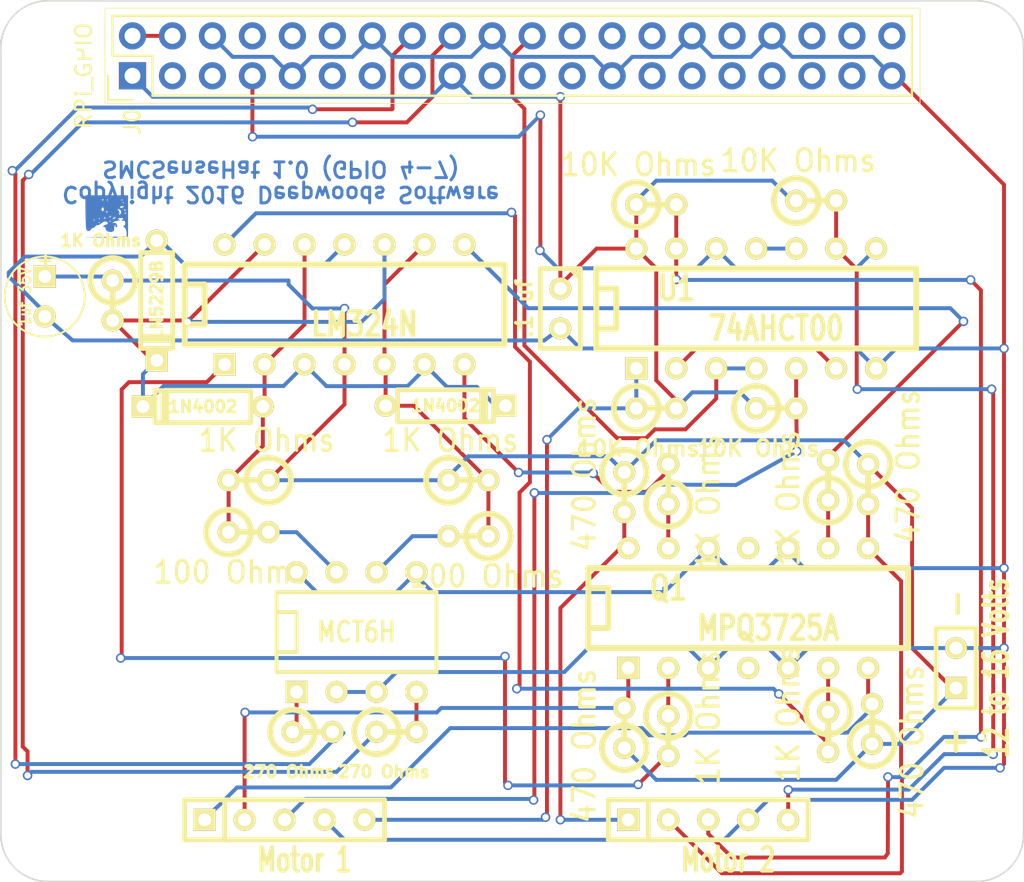
<source format=kicad_pcb>
(kicad_pcb (version 3) (host pcbnew "(2013-june-11)-stable")

  (general
    (links 91)
    (no_connects 0)
    (area 64.84839 57.88 166.406429 138.955)
    (thickness 1.6)
    (drawings 19)
    (tracks 426)
    (zones 0)
    (modules 37)
    (nets 34)
  )

  (page USLetter)
  (title_block 
    (title "Switch Motor Control and Sense")
    (rev 1.0)
    (company "Deepwoods Software")
  )

  (layers
    (15 F.Cu signal)
    (0 B.Cu signal)
    (16 B.Adhes user hide)
    (17 F.Adhes user hide)
    (18 B.Paste user hide)
    (19 F.Paste user hide)
    (20 B.SilkS user hide)
    (21 F.SilkS user hide)
    (22 B.Mask user hide)
    (23 F.Mask user hide)
    (24 Dwgs.User user hide)
    (25 Cmts.User user hide)
    (26 Eco1.User user hide)
    (27 Eco2.User user hide)
    (28 Edge.Cuts user)
  )

  (setup
    (last_trace_width 0.25)
    (user_trace_width 0.01)
    (user_trace_width 0.02)
    (user_trace_width 0.05)
    (user_trace_width 0.1)
    (user_trace_width 0.2)
    (trace_clearance 0.2)
    (zone_clearance 0.508)
    (zone_45_only no)
    (trace_min 0.01)
    (segment_width 0.2)
    (edge_width 0.2)
    (via_size 0.6)
    (via_drill 0.4)
    (via_min_size 0.4)
    (via_min_drill 0.3)
    (uvia_size 0.3)
    (uvia_drill 0.1)
    (uvias_allowed no)
    (uvia_min_size 0.2)
    (uvia_min_drill 0.1)
    (pcb_text_width 0.3)
    (pcb_text_size 1.5 1.5)
    (mod_edge_width 0.15)
    (mod_text_size 1 1)
    (mod_text_width 0.15)
    (pad_size 2.75 2.75)
    (pad_drill 2.75)
    (pad_to_mask_clearance 0)
    (aux_axis_origin 0 0)
    (visible_elements 7FFFFFFF)
    (pcbplotparams
      (layerselection 3178497)
      (usegerberextensions false)
      (excludeedgelayer true)
      (linewidth 0.100000)
      (plotframeref false)
      (viasonmask false)
      (mode 1)
      (useauxorigin false)
      (hpglpennumber 1)
      (hpglpenspeed 20)
      (hpglpendiameter 15)
      (hpglpenoverlay 2)
      (psnegative false)
      (psa4output false)
      (plotreference true)
      (plotvalue true)
      (plotothertext true)
      (plotinvisibletext false)
      (padsonsilk false)
      (subtractmaskfromsilk false)
      (outputformat 1)
      (mirror false)
      (drillshape 0)
      (scaleselection 1)
      (outputdirectory meta/))
  )

  (net 0 "")
  (net 1 +12V)
  (net 2 +3.3V)
  (net 3 +5V)
  (net 4 "/M Select 2")
  (net 5 "/MSelect 1")
  (net 6 "/Motor 1 A")
  (net 7 "/Motor 1 B")
  (net 8 "/Motor 2 A")
  (net 9 "/Motor 2 B")
  (net 10 "/Point 1 A")
  (net 11 "/Point 1 B")
  (net 12 "/Point 2 A")
  (net 13 "/Point 2 B")
  (net 14 "/Point Sense 1")
  (net 15 "/Point Sense 2")
  (net 16 GND)
  (net 17 N-000001)
  (net 18 N-0000010)
  (net 19 N-0000011)
  (net 20 N-0000012)
  (net 21 N-0000013)
  (net 22 N-0000016)
  (net 23 N-0000017)
  (net 24 N-0000028)
  (net 25 N-000005)
  (net 26 N-0000054)
  (net 27 N-0000055)
  (net 28 N-0000056)
  (net 29 N-0000057)
  (net 30 N-000006)
  (net 31 N-000007)
  (net 32 N-000008)
  (net 33 N-000009)

  (net_class Default "This is the default net class."
    (clearance 0.2)
    (trace_width 0.25)
    (via_dia 0.6)
    (via_drill 0.4)
    (uvia_dia 0.3)
    (uvia_drill 0.1)
    (add_net "")
    (add_net +12V)
    (add_net +3.3V)
    (add_net +5V)
    (add_net "/M Select 2")
    (add_net "/MSelect 1")
    (add_net "/Motor 1 A")
    (add_net "/Motor 1 B")
    (add_net "/Motor 2 A")
    (add_net "/Motor 2 B")
    (add_net "/Point 1 A")
    (add_net "/Point 1 B")
    (add_net "/Point 2 A")
    (add_net "/Point 2 B")
    (add_net "/Point Sense 1")
    (add_net "/Point Sense 2")
    (add_net GND)
    (add_net N-000001)
    (add_net N-0000010)
    (add_net N-0000011)
    (add_net N-0000012)
    (add_net N-0000013)
    (add_net N-0000016)
    (add_net N-0000017)
    (add_net N-0000028)
    (add_net N-000005)
    (add_net N-0000054)
    (add_net N-0000055)
    (add_net N-0000056)
    (add_net N-0000057)
    (add_net N-000006)
    (add_net N-000007)
    (add_net N-000008)
    (add_net N-000009)
  )

  (module SIL-2 (layer F.Cu) (tedit 58168BB2) (tstamp 581684EF)
    (at 134.366 111.506 90)
    (descr "Connecteurs 2 pins")
    (tags "CONN DEV")
    (path /58168C22)
    (fp_text reference T3 (at 0 -2.54 90) (layer F.SilkS) hide
      (effects (font (size 1.72974 1.08712) (thickness 0.27178)))
    )
    (fp_text value "12 to 16 Volts" (at 0 2.54 90) (layer F.SilkS)
      (effects (font (size 1.524 1.016) (thickness 0.254)))
    )
    (fp_line (start -2.54 1.27) (end -2.54 -1.27) (layer F.SilkS) (width 0.3048))
    (fp_line (start -2.54 -1.27) (end 2.54 -1.27) (layer F.SilkS) (width 0.3048))
    (fp_line (start 2.54 -1.27) (end 2.54 1.27) (layer F.SilkS) (width 0.3048))
    (fp_line (start 2.54 1.27) (end -2.54 1.27) (layer F.SilkS) (width 0.3048))
    (pad 1 thru_hole rect (at -1.27 0 90) (size 1.397 1.397) (drill 0.8128)
      (layers *.Cu *.Mask F.SilkS)
      (net 1 +12V)
    )
    (pad 2 thru_hole circle (at 1.27 0 90) (size 1.397 1.397) (drill 0.8128)
      (layers *.Cu *.Mask F.SilkS)
      (net 16 GND)
    )
    (model device/bornier_2.wrl
      (at (xyz 0 0 0))
      (scale (xyz 0.5 0.5 0.5))
      (rotate (xyz 0 0 0))
    )
  )

  (module SIL-5 (layer F.Cu) (tedit 58168B7D) (tstamp 581684E5)
    (at 119.888 121.158)
    (descr "Connecteur 5 pins")
    (tags "CONN DEV")
    (path /5816771F)
    (fp_text reference T2 (at -0.635 -2.54) (layer F.SilkS) hide
      (effects (font (size 1.72974 1.08712) (thickness 0.27178)))
    )
    (fp_text value "Motor 2" (at 0 2.54) (layer F.SilkS)
      (effects (font (size 1.524 1.016) (thickness 0.254)))
    )
    (fp_line (start -7.62 1.27) (end -7.62 -1.27) (layer F.SilkS) (width 0.3048))
    (fp_line (start -7.62 -1.27) (end 5.08 -1.27) (layer F.SilkS) (width 0.3048))
    (fp_line (start 5.08 -1.27) (end 5.08 1.27) (layer F.SilkS) (width 0.3048))
    (fp_line (start 5.08 1.27) (end -7.62 1.27) (layer F.SilkS) (width 0.3048))
    (fp_line (start -5.08 1.27) (end -5.08 -1.27) (layer F.SilkS) (width 0.3048))
    (pad 1 thru_hole rect (at -6.35 0) (size 1.397 1.397) (drill 0.8128)
      (layers *.Cu *.Mask F.SilkS)
      (net 9 "/Motor 2 B")
    )
    (pad 2 thru_hole circle (at -3.81 0) (size 1.397 1.397) (drill 0.8128)
      (layers *.Cu *.Mask F.SilkS)
      (net 8 "/Motor 2 A")
    )
    (pad 3 thru_hole circle (at -1.27 0) (size 1.397 1.397) (drill 0.8128)
      (layers *.Cu *.Mask F.SilkS)
      (net 13 "/Point 2 B")
    )
    (pad 4 thru_hole circle (at 1.27 0) (size 1.397 1.397) (drill 0.8128)
      (layers *.Cu *.Mask F.SilkS)
      (net 16 GND)
    )
    (pad 5 thru_hole circle (at 3.81 0) (size 1.397 1.397) (drill 0.8128)
      (layers *.Cu *.Mask F.SilkS)
      (net 12 "/Point 2 A")
    )
    (model device/bornier_5.wrl
      (at (xyz -0.05 0 0))
      (scale (xyz 0.5 0.5 0.5))
      (rotate (xyz 0 0 0))
    )
  )

  (module SIL-5 (layer F.Cu) (tedit 58168B38) (tstamp 581684D7)
    (at 92.964 121.158)
    (descr "Connecteur 5 pins")
    (tags "CONN DEV")
    (path /581675AC)
    (fp_text reference T1 (at -0.635 -2.54) (layer F.SilkS) hide
      (effects (font (size 1.72974 1.08712) (thickness 0.27178)))
    )
    (fp_text value "Motor 1" (at 0 2.54) (layer F.SilkS)
      (effects (font (size 1.524 1.016) (thickness 0.254)))
    )
    (fp_line (start -7.62 1.27) (end -7.62 -1.27) (layer F.SilkS) (width 0.3048))
    (fp_line (start -7.62 -1.27) (end 5.08 -1.27) (layer F.SilkS) (width 0.3048))
    (fp_line (start 5.08 -1.27) (end 5.08 1.27) (layer F.SilkS) (width 0.3048))
    (fp_line (start 5.08 1.27) (end -7.62 1.27) (layer F.SilkS) (width 0.3048))
    (fp_line (start -5.08 1.27) (end -5.08 -1.27) (layer F.SilkS) (width 0.3048))
    (pad 1 thru_hole rect (at -6.35 0) (size 1.397 1.397) (drill 0.8128)
      (layers *.Cu *.Mask F.SilkS)
      (net 7 "/Motor 1 B")
    )
    (pad 2 thru_hole circle (at -3.81 0) (size 1.397 1.397) (drill 0.8128)
      (layers *.Cu *.Mask F.SilkS)
      (net 6 "/Motor 1 A")
    )
    (pad 3 thru_hole circle (at -1.27 0) (size 1.397 1.397) (drill 0.8128)
      (layers *.Cu *.Mask F.SilkS)
      (net 11 "/Point 1 B")
    )
    (pad 4 thru_hole circle (at 1.27 0) (size 1.397 1.397) (drill 0.8128)
      (layers *.Cu *.Mask F.SilkS)
      (net 16 GND)
    )
    (pad 5 thru_hole circle (at 3.81 0) (size 1.397 1.397) (drill 0.8128)
      (layers *.Cu *.Mask F.SilkS)
      (net 10 "/Point 1 A")
    )
    (model device/bornier_5.wrl
      (at (xyz -0.05 0 0))
      (scale (xyz 0.5 0.5 0.5))
      (rotate (xyz 0 0 0))
    )
  )

  (module RPi_Hat:Pin_Header_Straight_2x20   locked (layer B.Cu) (tedit 58161C00) (tstamp 5516AEA0)
    (at 106.16 72.58 90)
    (descr "Through hole pin header")
    (tags "pin header")
    (path /5516AE26)
    (fp_text reference J0 (at -4.191 -24.13 90) (layer F.SilkS)
      (effects (font (size 1 1) (thickness 0.15)))
    )
    (fp_text value RPi_GPIO (at -1.27 -27.23 90) (layer F.SilkS)
      (effects (font (size 1 1) (thickness 0.15)))
    )
    (fp_line (start -3.02 -25.88) (end -3.02 25.92) (layer F.SilkS) (width 0.05))
    (fp_line (start 3.03 -25.88) (end 3.03 25.92) (layer F.SilkS) (width 0.05))
    (fp_line (start -3.02 -25.88) (end 3.03 -25.88) (layer F.SilkS) (width 0.05))
    (fp_line (start -3.02 25.92) (end 3.03 25.92) (layer F.SilkS) (width 0.05))
    (fp_line (start 2.54 25.4) (end 2.54 -25.4) (layer F.SilkS) (width 0.15))
    (fp_line (start -2.54 -22.86) (end -2.54 25.4) (layer F.SilkS) (width 0.15))
    (fp_line (start 2.54 25.4) (end -2.54 25.4) (layer F.SilkS) (width 0.15))
    (fp_line (start 2.54 -25.4) (end 0 -25.4) (layer F.SilkS) (width 0.15))
    (fp_line (start -1.27 -25.68) (end -2.82 -25.68) (layer F.SilkS) (width 0.15))
    (fp_line (start 0 -25.4) (end 0 -22.86) (layer F.SilkS) (width 0.15))
    (fp_line (start 0 -22.86) (end -2.54 -22.86) (layer F.SilkS) (width 0.15))
    (fp_line (start -2.82 -25.68) (end -2.82 -24.13) (layer F.SilkS) (width 0.15))
    (pad 1 thru_hole rect (at -1.27 -24.13 90) (size 1.7272 1.7272) (drill 1.016)
      (layers *.Cu *.Mask)
      (net 2 +3.3V)
    )
    (pad 2 thru_hole oval (at 1.27 -24.13 90) (size 1.7272 1.7272) (drill 1.016)
      (layers *.Cu *.Mask)
      (net 3 +5V)
    )
    (pad 3 thru_hole oval (at -1.27 -21.59 90) (size 1.7272 1.7272) (drill 1.016)
      (layers *.Cu *.Mask)
    )
    (pad 4 thru_hole oval (at 1.27 -21.59 90) (size 1.7272 1.7272) (drill 1.016)
      (layers *.Cu *.Mask)
      (net 3 +5V)
    )
    (pad 5 thru_hole oval (at -1.27 -19.05 90) (size 1.7272 1.7272) (drill 1.016)
      (layers *.Cu *.Mask)
    )
    (pad 6 thru_hole oval (at 1.27 -19.05 90) (size 1.7272 1.7272) (drill 1.016)
      (layers *.Cu *.Mask)
      (net 16 GND)
    )
    (pad 7 thru_hole oval (at -1.27 -16.51 90) (size 1.7272 1.7272) (drill 1.016)
      (layers *.Cu *.Mask)
      (net 15 "/Point Sense 2")
    )
    (pad 8 thru_hole oval (at 1.27 -16.51 90) (size 1.7272 1.7272) (drill 1.016)
      (layers *.Cu *.Mask)
    )
    (pad 9 thru_hole oval (at -1.27 -13.97 90) (size 1.7272 1.7272) (drill 1.016)
      (layers *.Cu *.Mask)
      (net 16 GND)
    )
    (pad 10 thru_hole oval (at 1.27 -13.97 90) (size 1.7272 1.7272) (drill 1.016)
      (layers *.Cu *.Mask)
    )
    (pad 11 thru_hole oval (at -1.27 -11.43 90) (size 1.7272 1.7272) (drill 1.016)
      (layers *.Cu *.Mask)
    )
    (pad 12 thru_hole oval (at 1.27 -11.43 90) (size 1.7272 1.7272) (drill 1.016)
      (layers *.Cu *.Mask)
    )
    (pad 13 thru_hole oval (at -1.27 -8.89 90) (size 1.7272 1.7272) (drill 1.016)
      (layers *.Cu *.Mask)
    )
    (pad 14 thru_hole oval (at 1.27 -8.89 90) (size 1.7272 1.7272) (drill 1.016)
      (layers *.Cu *.Mask)
      (net 16 GND)
    )
    (pad 15 thru_hole oval (at -1.27 -6.35 90) (size 1.7272 1.7272) (drill 1.016)
      (layers *.Cu *.Mask)
    )
    (pad 16 thru_hole oval (at 1.27 -6.35 90) (size 1.7272 1.7272) (drill 1.016)
      (layers *.Cu *.Mask)
      (net 5 "/MSelect 1")
    )
    (pad 17 thru_hole oval (at -1.27 -3.81 90) (size 1.7272 1.7272) (drill 1.016)
      (layers *.Cu *.Mask)
      (net 2 +3.3V)
    )
    (pad 18 thru_hole oval (at 1.27 -3.81 90) (size 1.7272 1.7272) (drill 1.016)
      (layers *.Cu *.Mask)
      (net 4 "/M Select 2")
    )
    (pad 19 thru_hole oval (at -1.27 -1.27 90) (size 1.7272 1.7272) (drill 1.016)
      (layers *.Cu *.Mask)
    )
    (pad 20 thru_hole oval (at 1.27 -1.27 90) (size 1.7272 1.7272) (drill 1.016)
      (layers *.Cu *.Mask)
      (net 16 GND)
    )
    (pad 21 thru_hole oval (at -1.27 1.27 90) (size 1.7272 1.7272) (drill 1.016)
      (layers *.Cu *.Mask)
    )
    (pad 22 thru_hole oval (at 1.27 1.27 90) (size 1.7272 1.7272) (drill 1.016)
      (layers *.Cu *.Mask)
      (net 14 "/Point Sense 1")
    )
    (pad 23 thru_hole oval (at -1.27 3.81 90) (size 1.7272 1.7272) (drill 1.016)
      (layers *.Cu *.Mask)
    )
    (pad 24 thru_hole oval (at 1.27 3.81 90) (size 1.7272 1.7272) (drill 1.016)
      (layers *.Cu *.Mask)
    )
    (pad 25 thru_hole oval (at -1.27 6.35 90) (size 1.7272 1.7272) (drill 1.016)
      (layers *.Cu *.Mask)
      (net 16 GND)
    )
    (pad 26 thru_hole oval (at 1.27 6.35 90) (size 1.7272 1.7272) (drill 1.016)
      (layers *.Cu *.Mask)
    )
    (pad 27 thru_hole oval (at -1.27 8.89 90) (size 1.7272 1.7272) (drill 1.016)
      (layers *.Cu *.Mask)
    )
    (pad 28 thru_hole oval (at 1.27 8.89 90) (size 1.7272 1.7272) (drill 1.016)
      (layers *.Cu *.Mask)
    )
    (pad 29 thru_hole oval (at -1.27 11.43 90) (size 1.7272 1.7272) (drill 1.016)
      (layers *.Cu *.Mask)
    )
    (pad 30 thru_hole oval (at 1.27 11.43 90) (size 1.7272 1.7272) (drill 1.016)
      (layers *.Cu *.Mask)
      (net 16 GND)
    )
    (pad 31 thru_hole oval (at -1.27 13.97 90) (size 1.7272 1.7272) (drill 1.016)
      (layers *.Cu *.Mask)
    )
    (pad 32 thru_hole oval (at 1.27 13.97 90) (size 1.7272 1.7272) (drill 1.016)
      (layers *.Cu *.Mask)
    )
    (pad 33 thru_hole oval (at -1.27 16.51 90) (size 1.7272 1.7272) (drill 1.016)
      (layers *.Cu *.Mask)
    )
    (pad 34 thru_hole oval (at 1.27 16.51 90) (size 1.7272 1.7272) (drill 1.016)
      (layers *.Cu *.Mask)
      (net 16 GND)
    )
    (pad 35 thru_hole oval (at -1.27 19.05 90) (size 1.7272 1.7272) (drill 1.016)
      (layers *.Cu *.Mask)
    )
    (pad 36 thru_hole oval (at 1.27 19.05 90) (size 1.7272 1.7272) (drill 1.016)
      (layers *.Cu *.Mask)
    )
    (pad 37 thru_hole oval (at -1.27 21.59 90) (size 1.7272 1.7272) (drill 1.016)
      (layers *.Cu *.Mask)
    )
    (pad 38 thru_hole oval (at 1.27 21.59 90) (size 1.7272 1.7272) (drill 1.016)
      (layers *.Cu *.Mask)
    )
    (pad 39 thru_hole oval (at -1.27 24.13 90) (size 1.7272 1.7272) (drill 1.016)
      (layers *.Cu *.Mask)
      (net 16 GND)
    )
    (pad 40 thru_hole oval (at 1.27 24.13 90) (size 1.7272 1.7272) (drill 1.016)
      (layers *.Cu *.Mask)
    )
    (model Pin_Headers.3dshapes/Pin_Header_Straight_2x20.wrl
      (at (xyz 0 0 0))
      (scale (xyz 1 1 1))
      (rotate (xyz 0 0 90))
    )
  )

  (module RPi_Hat:RPi_Hat_Mounting_Hole   locked (layer B.Cu) (tedit 55217C7B) (tstamp 5515DEA9)
    (at 135.16 72.58)
    (descr "Mounting hole, Befestigungsbohrung, 2,7mm, No Annular, Kein Restring,")
    (tags "Mounting hole, Befestigungsbohrung, 2,7mm, No Annular, Kein Restring,")
    (fp_text reference "" (at 0 -4.0005) (layer F.SilkS) hide
      (effects (font (size 1 1) (thickness 0.15)))
    )
    (fp_text value "" (at 0.09906 3.59918) (layer F.SilkS) hide
      (effects (font (size 1 1) (thickness 0.15)))
    )
    (fp_circle (center 0 0) (end 1.375 0) (layer Dwgs.User) (width 0.15))
    (fp_circle (center 0 0) (end 3.1 0) (layer Dwgs.User) (width 0.15))
    (fp_circle (center 0 0) (end 3.1 0) (layer Dwgs.User) (width 0.15))
    (fp_circle (center 0 0) (end 1.375 0) (layer Dwgs.User) (width 0.15))
    (fp_circle (center 0 0) (end 3.1 0) (layer Dwgs.User) (width 0.15))
    (fp_circle (center 0 0) (end 3.1 0) (layer Dwgs.User) (width 0.15))
    (pad "" np_thru_hole circle (at 0 0) (size 2.75 2.75) (drill 2.75)
      (layers *.Cu *.Mask)
      (solder_mask_margin 1.725)
      (clearance 1.725)
    )
  )

  (module RPi_Hat:RPi_Hat_Mounting_Hole   locked (layer B.Cu) (tedit 55217CCB) (tstamp 55169DC9)
    (at 135.16 121.58)
    (descr "Mounting hole, Befestigungsbohrung, 2,7mm, No Annular, Kein Restring,")
    (tags "Mounting hole, Befestigungsbohrung, 2,7mm, No Annular, Kein Restring,")
    (fp_text reference "" (at 0 -4.0005) (layer F.SilkS) hide
      (effects (font (size 1 1) (thickness 0.15)))
    )
    (fp_text value "" (at 0.09906 3.59918) (layer F.SilkS) hide
      (effects (font (size 1 1) (thickness 0.15)))
    )
    (fp_circle (center 0 0) (end 1.375 0) (layer Dwgs.User) (width 0.15))
    (fp_circle (center 0 0) (end 3.1 0) (layer Dwgs.User) (width 0.15))
    (fp_circle (center 0 0) (end 3.1 0) (layer Dwgs.User) (width 0.15))
    (fp_circle (center 0 0) (end 1.375 0) (layer Dwgs.User) (width 0.15))
    (fp_circle (center 0 0) (end 3.1 0) (layer Dwgs.User) (width 0.15))
    (fp_circle (center 0 0) (end 3.1 0) (layer Dwgs.User) (width 0.15))
    (pad "" np_thru_hole circle (at 0 0) (size 2.75 2.75) (drill 2.75)
      (layers *.Cu *.Mask)
      (solder_mask_margin 1.725)
      (clearance 1.725)
    )
  )

  (module RPi_Hat:RPi_Hat_Mounting_Hole   locked (layer B.Cu) (tedit 55217CB9) (tstamp 5515DECC)
    (at 77.16 121.58)
    (descr "Mounting hole, Befestigungsbohrung, 2,7mm, No Annular, Kein Restring,")
    (tags "Mounting hole, Befestigungsbohrung, 2,7mm, No Annular, Kein Restring,")
    (fp_text reference "" (at 0 -4.0005) (layer F.SilkS) hide
      (effects (font (size 1 1) (thickness 0.15)))
    )
    (fp_text value "" (at 0.09906 3.59918) (layer F.SilkS) hide
      (effects (font (size 1 1) (thickness 0.15)))
    )
    (fp_circle (center 0 0) (end 1.375 0) (layer Dwgs.User) (width 0.15))
    (fp_circle (center 0 0) (end 3.1 0) (layer Dwgs.User) (width 0.15))
    (fp_circle (center 0 0) (end 3.1 0) (layer Dwgs.User) (width 0.15))
    (fp_circle (center 0 0) (end 1.375 0) (layer Dwgs.User) (width 0.15))
    (fp_circle (center 0 0) (end 3.1 0) (layer Dwgs.User) (width 0.15))
    (fp_circle (center 0 0) (end 3.1 0) (layer Dwgs.User) (width 0.15))
    (pad "" np_thru_hole circle (at 0 0) (size 2.75 2.75) (drill 2.75)
      (layers *.Cu *.Mask)
      (solder_mask_margin 1.725)
      (clearance 1.725)
    )
  )

  (module RPi_Hat:RPi_Hat_Mounting_Hole   locked (layer B.Cu) (tedit 55217CA2) (tstamp 5515DEBF)
    (at 77.16 72.58)
    (descr "Mounting hole, Befestigungsbohrung, 2,7mm, No Annular, Kein Restring,")
    (tags "Mounting hole, Befestigungsbohrung, 2,7mm, No Annular, Kein Restring,")
    (fp_text reference "" (at 0 -4.0005) (layer F.SilkS) hide
      (effects (font (size 1 1) (thickness 0.15)))
    )
    (fp_text value "" (at 0.09906 3.59918) (layer F.SilkS) hide
      (effects (font (size 1 1) (thickness 0.15)))
    )
    (fp_circle (center 0 0) (end 1.375 0) (layer Dwgs.User) (width 0.15))
    (fp_circle (center 0 0) (end 3.1 0) (layer Dwgs.User) (width 0.15))
    (fp_circle (center 0 0) (end 3.1 0) (layer Dwgs.User) (width 0.15))
    (fp_circle (center 0 0) (end 1.375 0) (layer Dwgs.User) (width 0.15))
    (fp_circle (center 0 0) (end 3.1 0) (layer Dwgs.User) (width 0.15))
    (fp_circle (center 0 0) (end 3.1 0) (layer Dwgs.User) (width 0.15))
    (pad "" np_thru_hole circle (at 0 0) (size 2.75 2.75) (drill 2.75)
      (layers *.Cu *.Mask)
      (solder_mask_margin 1.725)
      (clearance 1.725)
    )
  )

  (module R1 (layer F.Cu) (tedit 5816979D) (tstamp 58165770)
    (at 103.378 99.568)
    (descr "Resistance verticale")
    (tags R)
    (path /5816591C)
    (autoplace_cost90 10)
    (autoplace_cost180 10)
    (fp_text reference R4 (at -1.016 -2.54) (layer F.SilkS) hide
      (effects (font (size 1.397 1.27) (thickness 0.2032)))
    )
    (fp_text value "1K Ohms" (at -1.143 -2.54) (layer F.SilkS)
      (effects (font (size 1.397 1.27) (thickness 0.2032)))
    )
    (fp_line (start -1.27 0) (end 1.27 0) (layer F.SilkS) (width 0.381))
    (fp_circle (center -1.27 0) (end -0.635 1.27) (layer F.SilkS) (width 0.381))
    (pad 1 thru_hole circle (at -1.27 0) (size 1.397 1.397) (drill 0.8128)
      (layers *.Cu *.Mask F.SilkS)
      (net 1 +12V)
    )
    (pad 2 thru_hole circle (at 1.27 0) (size 1.397 1.397) (drill 0.8128)
      (layers *.Cu *.Mask F.SilkS)
      (net 23 N-0000017)
    )
    (model discret/verti_resistor.wrl
      (at (xyz 0 0 0))
      (scale (xyz 1 1 1))
      (rotate (xyz 0 0 0))
    )
  )

  (module R1 (layer F.Cu) (tedit 58169773) (tstamp 58165778)
    (at 103.378 103.124 180)
    (descr "Resistance verticale")
    (tags R)
    (path /581658F3)
    (autoplace_cost90 10)
    (autoplace_cost180 10)
    (fp_text reference R2 (at -1.016 -2.54 180) (layer F.SilkS) hide
      (effects (font (size 1.397 1.27) (thickness 0.2032)))
    )
    (fp_text value "100 Ohms" (at -1.143 -2.54 180) (layer F.SilkS)
      (effects (font (size 1.397 1.27) (thickness 0.2032)))
    )
    (fp_line (start -1.27 0) (end 1.27 0) (layer F.SilkS) (width 0.381))
    (fp_circle (center -1.27 0) (end -0.635 1.27) (layer F.SilkS) (width 0.381))
    (pad 1 thru_hole circle (at -1.27 0 180) (size 1.397 1.397) (drill 0.8128)
      (layers *.Cu *.Mask F.SilkS)
      (net 23 N-0000017)
    )
    (pad 2 thru_hole circle (at 1.27 0 180) (size 1.397 1.397) (drill 0.8128)
      (layers *.Cu *.Mask F.SilkS)
      (net 22 N-0000016)
    )
    (model discret/verti_resistor.wrl
      (at (xyz 0 0 0))
      (scale (xyz 1 1 1))
      (rotate (xyz 0 0 0))
    )
  )

  (module R1 (layer F.Cu) (tedit 5816968F) (tstamp 58165780)
    (at 93.472 115.57)
    (descr "Resistance verticale")
    (tags R)
    (path /58164730)
    (autoplace_cost90 10)
    (autoplace_cost180 10)
    (fp_text reference R6 (at -1.016 2.54) (layer F.SilkS) hide
      (effects (font (size 0.75 0.75) (thickness 0.1875)))
    )
    (fp_text value "270 Ohms" (at -1.5 2.54) (layer F.SilkS)
      (effects (font (size 0.75 0.75) (thickness 0.1875)))
    )
    (fp_line (start -1.27 0) (end 1.27 0) (layer F.SilkS) (width 0.381))
    (fp_circle (center -1.27 0) (end -0.635 1.27) (layer F.SilkS) (width 0.381))
    (pad 1 thru_hole circle (at -1.27 0) (size 1.397 1.397) (drill 0.8128)
      (layers *.Cu *.Mask F.SilkS)
      (net 28 N-0000056)
    )
    (pad 2 thru_hole circle (at 1.27 0) (size 1.397 1.397) (drill 0.8128)
      (layers *.Cu *.Mask F.SilkS)
      (net 5 "/MSelect 1")
    )
    (model discret/verti_resistor.wrl
      (at (xyz 0 0 0))
      (scale (xyz 1 1 1))
      (rotate (xyz 0 0 0))
    )
  )

  (module R1 (layer F.Cu) (tedit 5816969B) (tstamp 58165788)
    (at 98.806 115.57)
    (descr "Resistance verticale")
    (tags R)
    (path /5816473F)
    (autoplace_cost90 10)
    (autoplace_cost180 10)
    (fp_text reference R7 (at -1.016 2.54) (layer F.SilkS) hide
      (effects (font (size 0.75 0.75) (thickness 0.1875)))
    )
    (fp_text value "270 Ohms" (at -0.8 2.54) (layer F.SilkS)
      (effects (font (size 0.75 0.75) (thickness 0.1875)))
    )
    (fp_line (start -1.27 0) (end 1.27 0) (layer F.SilkS) (width 0.381))
    (fp_circle (center -1.27 0) (end -0.635 1.27) (layer F.SilkS) (width 0.381))
    (pad 1 thru_hole circle (at -1.27 0) (size 1.397 1.397) (drill 0.8128)
      (layers *.Cu *.Mask F.SilkS)
      (net 4 "/M Select 2")
    )
    (pad 2 thru_hole circle (at 1.27 0) (size 1.397 1.397) (drill 0.8128)
      (layers *.Cu *.Mask F.SilkS)
      (net 27 N-0000055)
    )
    (model discret/verti_resistor.wrl
      (at (xyz 0 0 0))
      (scale (xyz 1 1 1))
      (rotate (xyz 0 0 0))
    )
  )

  (module R1 (layer F.Cu) (tedit 5816942B) (tstamp 58165790)
    (at 115.316 94.996)
    (descr "Resistance verticale")
    (tags R)
    (path /581649CF)
    (autoplace_cost90 10)
    (autoplace_cost180 10)
    (fp_text reference R8 (at -1.016 2.54) (layer F.SilkS) hide
      (effects (font (size 1.397 1.27) (thickness 0.2032)))
    )
    (fp_text value "10K Ohms" (at -1.143 2.54) (layer F.SilkS)
      (effects (font (size 1 1) (thickness 0.2032)))
    )
    (fp_line (start -1.27 0) (end 1.27 0) (layer F.SilkS) (width 0.381))
    (fp_circle (center -1.27 0) (end -0.635 1.27) (layer F.SilkS) (width 0.381))
    (pad 1 thru_hole circle (at -1.27 0) (size 1.397 1.397) (drill 0.8128)
      (layers *.Cu *.Mask F.SilkS)
      (net 10 "/Point 1 A")
    )
    (pad 2 thru_hole circle (at 1.27 0) (size 1.397 1.397) (drill 0.8128)
      (layers *.Cu *.Mask F.SilkS)
      (net 2 +3.3V)
    )
    (model discret/verti_resistor.wrl
      (at (xyz 0 0 0))
      (scale (xyz 1 1 1))
      (rotate (xyz 0 0 0))
    )
  )

  (module R1 (layer F.Cu) (tedit 58169455) (tstamp 58165798)
    (at 122.936 94.996)
    (descr "Resistance verticale")
    (tags R)
    (path /581649F2)
    (autoplace_cost90 10)
    (autoplace_cost180 10)
    (fp_text reference R9 (at -1.016 2.54) (layer F.SilkS) hide
      (effects (font (size 1.397 1.27) (thickness 0.2032)))
    )
    (fp_text value "10K Ohms" (at -1.143 2.54) (layer F.SilkS)
      (effects (font (size 1 1) (thickness 0.2032)))
    )
    (fp_line (start -1.27 0) (end 1.27 0) (layer F.SilkS) (width 0.381))
    (fp_circle (center -1.27 0) (end -0.635 1.27) (layer F.SilkS) (width 0.381))
    (pad 1 thru_hole circle (at -1.27 0) (size 1.397 1.397) (drill 0.8128)
      (layers *.Cu *.Mask F.SilkS)
      (net 2 +3.3V)
    )
    (pad 2 thru_hole circle (at 1.27 0) (size 1.397 1.397) (drill 0.8128)
      (layers *.Cu *.Mask F.SilkS)
      (net 11 "/Point 1 B")
    )
    (model discret/verti_resistor.wrl
      (at (xyz 0 0 0))
      (scale (xyz 1 1 1))
      (rotate (xyz 0 0 0))
    )
  )

  (module R1 (layer F.Cu) (tedit 581693A5) (tstamp 581657A0)
    (at 125.476 81.788)
    (descr "Resistance verticale")
    (tags R)
    (path /58164A2D)
    (autoplace_cost90 10)
    (autoplace_cost180 10)
    (fp_text reference R10 (at -1.016 2.54) (layer F.SilkS) hide
      (effects (font (size 1.397 1.27) (thickness 0.2032)))
    )
    (fp_text value "10K Ohms" (at -1.143 -2.54) (layer F.SilkS)
      (effects (font (size 1.397 1.27) (thickness 0.2032)))
    )
    (fp_line (start -1.27 0) (end 1.27 0) (layer F.SilkS) (width 0.381))
    (fp_circle (center -1.27 0) (end -0.635 1.27) (layer F.SilkS) (width 0.381))
    (pad 1 thru_hole circle (at -1.27 0) (size 1.397 1.397) (drill 0.8128)
      (layers *.Cu *.Mask F.SilkS)
      (net 2 +3.3V)
    )
    (pad 2 thru_hole circle (at 1.27 0) (size 1.397 1.397) (drill 0.8128)
      (layers *.Cu *.Mask F.SilkS)
      (net 12 "/Point 2 A")
    )
    (model discret/verti_resistor.wrl
      (at (xyz 0 0 0))
      (scale (xyz 1 1 1))
      (rotate (xyz 0 0 0))
    )
  )

  (module R1 (layer F.Cu) (tedit 5816938C) (tstamp 581657A8)
    (at 115.316 82.042)
    (descr "Resistance verticale")
    (tags R)
    (path /58164A6E)
    (autoplace_cost90 10)
    (autoplace_cost180 10)
    (fp_text reference R11 (at -1.016 2.54) (layer F.SilkS) hide
      (effects (font (size 1.397 1.27) (thickness 0.2032)))
    )
    (fp_text value "10K Ohms" (at -1.143 -2.54) (layer F.SilkS)
      (effects (font (size 1.397 1.27) (thickness 0.2032)))
    )
    (fp_line (start -1.27 0) (end 1.27 0) (layer F.SilkS) (width 0.381))
    (fp_circle (center -1.27 0) (end -0.635 1.27) (layer F.SilkS) (width 0.381))
    (pad 1 thru_hole circle (at -1.27 0) (size 1.397 1.397) (drill 0.8128)
      (layers *.Cu *.Mask F.SilkS)
      (net 2 +3.3V)
    )
    (pad 2 thru_hole circle (at 1.27 0) (size 1.397 1.397) (drill 0.8128)
      (layers *.Cu *.Mask F.SilkS)
      (net 13 "/Point 2 B")
    )
    (model discret/verti_resistor.wrl
      (at (xyz 0 0 0))
      (scale (xyz 1 1 1))
      (rotate (xyz 0 0 0))
    )
  )

  (module R1 (layer F.Cu) (tedit 581696CF) (tstamp 581657B0)
    (at 89.408 102.87)
    (descr "Resistance verticale")
    (tags R)
    (path /581655E0)
    (autoplace_cost90 10)
    (autoplace_cost180 10)
    (fp_text reference R1 (at -1.016 2.54) (layer F.SilkS) hide
      (effects (font (size 1.397 1.27) (thickness 0.2032)))
    )
    (fp_text value "100 Ohms" (at -1.143 2.54) (layer F.SilkS)
      (effects (font (size 1.397 1.27) (thickness 0.2032)))
    )
    (fp_line (start -1.27 0) (end 1.27 0) (layer F.SilkS) (width 0.381))
    (fp_circle (center -1.27 0) (end -0.635 1.27) (layer F.SilkS) (width 0.381))
    (pad 1 thru_hole circle (at -1.27 0) (size 1.397 1.397) (drill 0.8128)
      (layers *.Cu *.Mask F.SilkS)
      (net 20 N-0000012)
    )
    (pad 2 thru_hole circle (at 1.27 0) (size 1.397 1.397) (drill 0.8128)
      (layers *.Cu *.Mask F.SilkS)
      (net 21 N-0000013)
    )
    (model discret/verti_resistor.wrl
      (at (xyz 0 0 0))
      (scale (xyz 1 1 1))
      (rotate (xyz 0 0 0))
    )
  )

  (module R1 (layer F.Cu) (tedit 581696E0) (tstamp 581657D8)
    (at 89.408 99.568 180)
    (descr "Resistance verticale")
    (tags R)
    (path /58165480)
    (autoplace_cost90 10)
    (autoplace_cost180 10)
    (fp_text reference R3 (at -1.016 2.54 180) (layer F.SilkS) hide
      (effects (font (size 1.397 1.27) (thickness 0.2032)))
    )
    (fp_text value "1K Ohms" (at -1.143 2.54 180) (layer F.SilkS)
      (effects (font (size 1.397 1.27) (thickness 0.2032)))
    )
    (fp_line (start -1.27 0) (end 1.27 0) (layer F.SilkS) (width 0.381))
    (fp_circle (center -1.27 0) (end -0.635 1.27) (layer F.SilkS) (width 0.381))
    (pad 1 thru_hole circle (at -1.27 0 180) (size 1.397 1.397) (drill 0.8128)
      (layers *.Cu *.Mask F.SilkS)
      (net 1 +12V)
    )
    (pad 2 thru_hole circle (at 1.27 0 180) (size 1.397 1.397) (drill 0.8128)
      (layers *.Cu *.Mask F.SilkS)
      (net 20 N-0000012)
    )
    (model discret/verti_resistor.wrl
      (at (xyz 0 0 0))
      (scale (xyz 1 1 1))
      (rotate (xyz 0 0 0))
    )
  )

  (module R1 (layer F.Cu) (tedit 58169D93) (tstamp 581657E0)
    (at 80.772 88.138 270)
    (descr "Resistance verticale")
    (tags R)
    (path /581653CD)
    (autoplace_cost90 10)
    (autoplace_cost180 10)
    (fp_text reference R5 (at -3.81 0.508 360) (layer F.SilkS) hide
      (effects (font (size 1.397 1.27) (thickness 0.2032)))
    )
    (fp_text value "1K Ohms" (at -3.81 0.762 360) (layer F.SilkS)
      (effects (font (size 0.75 0.75) (thickness 0.1875)))
    )
    (fp_line (start -1.27 0) (end 1.27 0) (layer F.SilkS) (width 0.381))
    (fp_circle (center -1.27 0) (end -0.635 1.27) (layer F.SilkS) (width 0.381))
    (pad 1 thru_hole circle (at -1.27 0 270) (size 1.397 1.397) (drill 0.8128)
      (layers *.Cu *.Mask F.SilkS)
      (net 1 +12V)
    )
    (pad 2 thru_hole circle (at 1.27 0 270) (size 1.397 1.397) (drill 0.8128)
      (layers *.Cu *.Mask F.SilkS)
      (net 26 N-0000054)
    )
    (model discret/verti_resistor.wrl
      (at (xyz 0 0 0))
      (scale (xyz 1 1 1))
      (rotate (xyz 0 0 0))
    )
  )

  (module DIP-8__300 (layer F.Cu) (tedit 581697B8) (tstamp 581657F3)
    (at 96.266 109.22)
    (descr "8 pins DIL package, round pads")
    (tags DIL)
    (path /5816468C)
    (fp_text reference IC1 (at -6.35 0 90) (layer F.SilkS) hide
      (effects (font (size 1.27 1.143) (thickness 0.2032)))
    )
    (fp_text value MCT6H (at 0 0) (layer F.SilkS)
      (effects (font (size 1.27 1.016) (thickness 0.2032)))
    )
    (fp_line (start -5.08 -1.27) (end -3.81 -1.27) (layer F.SilkS) (width 0.254))
    (fp_line (start -3.81 -1.27) (end -3.81 1.27) (layer F.SilkS) (width 0.254))
    (fp_line (start -3.81 1.27) (end -5.08 1.27) (layer F.SilkS) (width 0.254))
    (fp_line (start -5.08 -2.54) (end 5.08 -2.54) (layer F.SilkS) (width 0.254))
    (fp_line (start 5.08 -2.54) (end 5.08 2.54) (layer F.SilkS) (width 0.254))
    (fp_line (start 5.08 2.54) (end -5.08 2.54) (layer F.SilkS) (width 0.254))
    (fp_line (start -5.08 2.54) (end -5.08 -2.54) (layer F.SilkS) (width 0.254))
    (pad 1 thru_hole rect (at -3.81 3.81) (size 1.397 1.397) (drill 0.8128)
      (layers *.Cu *.Mask F.SilkS)
      (net 28 N-0000056)
    )
    (pad 2 thru_hole circle (at -1.27 3.81) (size 1.397 1.397) (drill 0.8128)
      (layers *.Cu *.Mask F.SilkS)
      (net 16 GND)
    )
    (pad 3 thru_hole circle (at 1.27 3.81) (size 1.397 1.397) (drill 0.8128)
      (layers *.Cu *.Mask F.SilkS)
      (net 16 GND)
    )
    (pad 4 thru_hole circle (at 3.81 3.81) (size 1.397 1.397) (drill 0.8128)
      (layers *.Cu *.Mask F.SilkS)
      (net 27 N-0000055)
    )
    (pad 5 thru_hole circle (at 3.81 -3.81) (size 1.397 1.397) (drill 0.8128)
      (layers *.Cu *.Mask F.SilkS)
      (net 16 GND)
    )
    (pad 6 thru_hole circle (at 1.27 -3.81) (size 1.397 1.397) (drill 0.8128)
      (layers *.Cu *.Mask F.SilkS)
      (net 22 N-0000016)
    )
    (pad 7 thru_hole circle (at -1.27 -3.81) (size 1.397 1.397) (drill 0.8128)
      (layers *.Cu *.Mask F.SilkS)
      (net 21 N-0000013)
    )
    (pad 8 thru_hole circle (at -3.81 -3.81) (size 1.397 1.397) (drill 0.8128)
      (layers *.Cu *.Mask F.SilkS)
      (net 16 GND)
    )
    (model dil/dil_8.wrl
      (at (xyz 0 0 0))
      (scale (xyz 1 1 1))
      (rotate (xyz 0 0 0))
    )
  )

  (module DIP-14__300 (layer F.Cu) (tedit 581697D1) (tstamp 58165825)
    (at 95.504 88.392)
    (descr "14 pins DIL package, round pads")
    (tags DIL)
    (path /58164F2A)
    (fp_text reference U2 (at -5.08 -1.27) (layer F.SilkS) hide
      (effects (font (size 1.524 1.143) (thickness 0.28575)))
    )
    (fp_text value LM324N (at 1.27 1.27) (layer F.SilkS)
      (effects (font (size 1.524 1.143) (thickness 0.3048)))
    )
    (fp_line (start -10.16 -2.54) (end 10.16 -2.54) (layer F.SilkS) (width 0.381))
    (fp_line (start 10.16 2.54) (end -10.16 2.54) (layer F.SilkS) (width 0.381))
    (fp_line (start -10.16 2.54) (end -10.16 -2.54) (layer F.SilkS) (width 0.381))
    (fp_line (start -10.16 -1.27) (end -8.89 -1.27) (layer F.SilkS) (width 0.381))
    (fp_line (start -8.89 -1.27) (end -8.89 1.27) (layer F.SilkS) (width 0.381))
    (fp_line (start -8.89 1.27) (end -10.16 1.27) (layer F.SilkS) (width 0.381))
    (fp_line (start 10.16 -2.54) (end 10.16 2.54) (layer F.SilkS) (width 0.381))
    (pad 1 thru_hole rect (at -7.62 3.81) (size 1.397 1.397) (drill 0.8128)
      (layers *.Cu *.Mask F.SilkS)
      (net 25 N-000005)
    )
    (pad 2 thru_hole circle (at -5.08 3.81) (size 1.397 1.397) (drill 0.8128)
      (layers *.Cu *.Mask F.SilkS)
      (net 20 N-0000012)
    )
    (pad 3 thru_hole circle (at -2.54 3.81) (size 1.397 1.397) (drill 0.8128)
      (layers *.Cu *.Mask F.SilkS)
      (net 26 N-0000054)
    )
    (pad 4 thru_hole circle (at 0 3.81) (size 1.397 1.397) (drill 0.8128)
      (layers *.Cu *.Mask F.SilkS)
      (net 1 +12V)
    )
    (pad 5 thru_hole circle (at 2.54 3.81) (size 1.397 1.397) (drill 0.8128)
      (layers *.Cu *.Mask F.SilkS)
      (net 23 N-0000017)
    )
    (pad 6 thru_hole circle (at 5.08 3.81) (size 1.397 1.397) (drill 0.8128)
      (layers *.Cu *.Mask F.SilkS)
      (net 26 N-0000054)
    )
    (pad 7 thru_hole circle (at 7.62 3.81) (size 1.397 1.397) (drill 0.8128)
      (layers *.Cu *.Mask F.SilkS)
      (net 18 N-0000010)
    )
    (pad 8 thru_hole circle (at 7.62 -3.81) (size 1.397 1.397) (drill 0.8128)
      (layers *.Cu *.Mask F.SilkS)
      (net 32 N-000008)
    )
    (pad 9 thru_hole circle (at 5.08 -3.81) (size 1.397 1.397) (drill 0.8128)
      (layers *.Cu *.Mask F.SilkS)
      (net 23 N-0000017)
    )
    (pad 10 thru_hole circle (at 2.54 -3.81) (size 1.397 1.397) (drill 0.8128)
      (layers *.Cu *.Mask F.SilkS)
      (net 26 N-0000054)
    )
    (pad 11 thru_hole circle (at 0 -3.81) (size 1.397 1.397) (drill 0.8128)
      (layers *.Cu *.Mask F.SilkS)
      (net 16 GND)
    )
    (pad 12 thru_hole circle (at -2.54 -3.81) (size 1.397 1.397) (drill 0.8128)
      (layers *.Cu *.Mask F.SilkS)
      (net 20 N-0000012)
    )
    (pad 13 thru_hole circle (at -5.08 -3.81) (size 1.397 1.397) (drill 0.8128)
      (layers *.Cu *.Mask F.SilkS)
      (net 26 N-0000054)
    )
    (pad 14 thru_hole circle (at -7.62 -3.81) (size 1.397 1.397) (drill 0.8128)
      (layers *.Cu *.Mask F.SilkS)
      (net 30 N-000006)
    )
    (model dil/dil_14.wrl
      (at (xyz 0 0 0))
      (scale (xyz 1 1 1))
      (rotate (xyz 0 0 0))
    )
  )

  (module DIP-14__300 (layer F.Cu) (tedit 200000) (tstamp 5816583E)
    (at 121.666 88.646)
    (descr "14 pins DIL package, round pads")
    (tags DIL)
    (path /58163F91)
    (fp_text reference U1 (at -5.08 -1.27) (layer F.SilkS)
      (effects (font (size 1.524 1.143) (thickness 0.3048)))
    )
    (fp_text value 74AHCT00 (at 1.27 1.27) (layer F.SilkS)
      (effects (font (size 1.524 1.143) (thickness 0.3048)))
    )
    (fp_line (start -10.16 -2.54) (end 10.16 -2.54) (layer F.SilkS) (width 0.381))
    (fp_line (start 10.16 2.54) (end -10.16 2.54) (layer F.SilkS) (width 0.381))
    (fp_line (start -10.16 2.54) (end -10.16 -2.54) (layer F.SilkS) (width 0.381))
    (fp_line (start -10.16 -1.27) (end -8.89 -1.27) (layer F.SilkS) (width 0.381))
    (fp_line (start -8.89 -1.27) (end -8.89 1.27) (layer F.SilkS) (width 0.381))
    (fp_line (start -8.89 1.27) (end -10.16 1.27) (layer F.SilkS) (width 0.381))
    (fp_line (start 10.16 -2.54) (end 10.16 2.54) (layer F.SilkS) (width 0.381))
    (pad 1 thru_hole rect (at -7.62 3.81) (size 1.397 1.397) (drill 0.8128)
      (layers *.Cu *.Mask F.SilkS)
      (net 10 "/Point 1 A")
    )
    (pad 2 thru_hole circle (at -5.08 3.81) (size 1.397 1.397) (drill 0.8128)
      (layers *.Cu *.Mask F.SilkS)
      (net 24 N-0000028)
    )
    (pad 3 thru_hole circle (at -2.54 3.81) (size 1.397 1.397) (drill 0.8128)
      (layers *.Cu *.Mask F.SilkS)
      (net 14 "/Point Sense 1")
    )
    (pad 4 thru_hole circle (at 0 3.81) (size 1.397 1.397) (drill 0.8128)
      (layers *.Cu *.Mask F.SilkS)
      (net 14 "/Point Sense 1")
    )
    (pad 5 thru_hole circle (at 2.54 3.81) (size 1.397 1.397) (drill 0.8128)
      (layers *.Cu *.Mask F.SilkS)
      (net 11 "/Point 1 B")
    )
    (pad 6 thru_hole circle (at 5.08 3.81) (size 1.397 1.397) (drill 0.8128)
      (layers *.Cu *.Mask F.SilkS)
      (net 24 N-0000028)
    )
    (pad 7 thru_hole circle (at 7.62 3.81) (size 1.397 1.397) (drill 0.8128)
      (layers *.Cu *.Mask F.SilkS)
      (net 16 GND)
    )
    (pad 8 thru_hole circle (at 7.62 -3.81) (size 1.397 1.397) (drill 0.8128)
      (layers *.Cu *.Mask F.SilkS)
      (net 15 "/Point Sense 2")
    )
    (pad 9 thru_hole circle (at 5.08 -3.81) (size 1.397 1.397) (drill 0.8128)
      (layers *.Cu *.Mask F.SilkS)
      (net 12 "/Point 2 A")
    )
    (pad 10 thru_hole circle (at 2.54 -3.81) (size 1.397 1.397) (drill 0.8128)
      (layers *.Cu *.Mask F.SilkS)
      (net 29 N-0000057)
    )
    (pad 11 thru_hole circle (at 0 -3.81) (size 1.397 1.397) (drill 0.8128)
      (layers *.Cu *.Mask F.SilkS)
      (net 29 N-0000057)
    )
    (pad 12 thru_hole circle (at -2.54 -3.81) (size 1.397 1.397) (drill 0.8128)
      (layers *.Cu *.Mask F.SilkS)
      (net 15 "/Point Sense 2")
    )
    (pad 13 thru_hole circle (at -5.08 -3.81) (size 1.397 1.397) (drill 0.8128)
      (layers *.Cu *.Mask F.SilkS)
      (net 13 "/Point 2 B")
    )
    (pad 14 thru_hole circle (at -7.62 -3.81) (size 1.397 1.397) (drill 0.8128)
      (layers *.Cu *.Mask F.SilkS)
      (net 2 +3.3V)
    )
    (model dil/dil_14.wrl
      (at (xyz 0 0 0))
      (scale (xyz 1 1 1))
      (rotate (xyz 0 0 0))
    )
  )

  (module D3 (layer F.Cu) (tedit 58169DB6) (tstamp 5816584E)
    (at 83.566 88.138 270)
    (descr "Diode 3 pas")
    (tags "DIODE DEV")
    (path /58165802)
    (fp_text reference Z1 (at 0 0 270) (layer F.SilkS) hide
      (effects (font (size 1.016 1.016) (thickness 0.2032)))
    )
    (fp_text value 1N5229B (at 0 0 270) (layer F.SilkS)
      (effects (font (size 0.75 0.75) (thickness 0.1875)))
    )
    (fp_line (start 3.81 0) (end 3.048 0) (layer F.SilkS) (width 0.3048))
    (fp_line (start 3.048 0) (end 3.048 -1.016) (layer F.SilkS) (width 0.3048))
    (fp_line (start 3.048 -1.016) (end -3.048 -1.016) (layer F.SilkS) (width 0.3048))
    (fp_line (start -3.048 -1.016) (end -3.048 0) (layer F.SilkS) (width 0.3048))
    (fp_line (start -3.048 0) (end -3.81 0) (layer F.SilkS) (width 0.3048))
    (fp_line (start -3.048 0) (end -3.048 1.016) (layer F.SilkS) (width 0.3048))
    (fp_line (start -3.048 1.016) (end 3.048 1.016) (layer F.SilkS) (width 0.3048))
    (fp_line (start 3.048 1.016) (end 3.048 0) (layer F.SilkS) (width 0.3048))
    (fp_line (start 2.54 -1.016) (end 2.54 1.016) (layer F.SilkS) (width 0.3048))
    (fp_line (start 2.286 1.016) (end 2.286 -1.016) (layer F.SilkS) (width 0.3048))
    (pad 2 thru_hole rect (at 3.81 0 270) (size 1.397 1.397) (drill 0.8128)
      (layers *.Cu *.Mask F.SilkS)
      (net 26 N-0000054)
    )
    (pad 1 thru_hole circle (at -3.81 0 270) (size 1.397 1.397) (drill 0.8128)
      (layers *.Cu *.Mask F.SilkS)
      (net 16 GND)
    )
    (model discret/diode.wrl
      (at (xyz 0 0 0))
      (scale (xyz 0.3 0.3 0.3))
      (rotate (xyz 0 0 0))
    )
  )

  (module D3 (layer F.Cu) (tedit 58169DD3) (tstamp 5816585E)
    (at 86.5022 94.8842 180)
    (descr "Diode 3 pas")
    (tags "DIODE DEV")
    (path /58165882)
    (fp_text reference D1 (at 0 0 180) (layer F.SilkS) hide
      (effects (font (size 1.016 1.016) (thickness 0.2032)))
    )
    (fp_text value 1N4002 (at 0 0 180) (layer F.SilkS)
      (effects (font (size 0.75 0.75) (thickness 0.1875)))
    )
    (fp_line (start 3.81 0) (end 3.048 0) (layer F.SilkS) (width 0.3048))
    (fp_line (start 3.048 0) (end 3.048 -1.016) (layer F.SilkS) (width 0.3048))
    (fp_line (start 3.048 -1.016) (end -3.048 -1.016) (layer F.SilkS) (width 0.3048))
    (fp_line (start -3.048 -1.016) (end -3.048 0) (layer F.SilkS) (width 0.3048))
    (fp_line (start -3.048 0) (end -3.81 0) (layer F.SilkS) (width 0.3048))
    (fp_line (start -3.048 0) (end -3.048 1.016) (layer F.SilkS) (width 0.3048))
    (fp_line (start -3.048 1.016) (end 3.048 1.016) (layer F.SilkS) (width 0.3048))
    (fp_line (start 3.048 1.016) (end 3.048 0) (layer F.SilkS) (width 0.3048))
    (fp_line (start 2.54 -1.016) (end 2.54 1.016) (layer F.SilkS) (width 0.3048))
    (fp_line (start 2.286 1.016) (end 2.286 -1.016) (layer F.SilkS) (width 0.3048))
    (pad 2 thru_hole rect (at 3.81 0 180) (size 1.397 1.397) (drill 0.8128)
      (layers *.Cu *.Mask F.SilkS)
      (net 26 N-0000054)
    )
    (pad 1 thru_hole circle (at -3.81 0 180) (size 1.397 1.397) (drill 0.8128)
      (layers *.Cu *.Mask F.SilkS)
      (net 20 N-0000012)
    )
    (model discret/diode.wrl
      (at (xyz 0 0 0))
      (scale (xyz 0.3 0.3 0.3))
      (rotate (xyz 0 0 0))
    )
  )

  (module D3 (layer F.Cu) (tedit 58169DE7) (tstamp 5816586E)
    (at 101.9251 94.8284)
    (descr "Diode 3 pas")
    (tags "DIODE DEV")
    (path /58165A47)
    (fp_text reference D2 (at 0 0) (layer F.SilkS) hide
      (effects (font (size 1.016 1.016) (thickness 0.2032)))
    )
    (fp_text value 1N4002 (at 0 0) (layer F.SilkS)
      (effects (font (size 0.75 0.75) (thickness 0.1875)))
    )
    (fp_line (start 3.81 0) (end 3.048 0) (layer F.SilkS) (width 0.3048))
    (fp_line (start 3.048 0) (end 3.048 -1.016) (layer F.SilkS) (width 0.3048))
    (fp_line (start 3.048 -1.016) (end -3.048 -1.016) (layer F.SilkS) (width 0.3048))
    (fp_line (start -3.048 -1.016) (end -3.048 0) (layer F.SilkS) (width 0.3048))
    (fp_line (start -3.048 0) (end -3.81 0) (layer F.SilkS) (width 0.3048))
    (fp_line (start -3.048 0) (end -3.048 1.016) (layer F.SilkS) (width 0.3048))
    (fp_line (start -3.048 1.016) (end 3.048 1.016) (layer F.SilkS) (width 0.3048))
    (fp_line (start 3.048 1.016) (end 3.048 0) (layer F.SilkS) (width 0.3048))
    (fp_line (start 2.54 -1.016) (end 2.54 1.016) (layer F.SilkS) (width 0.3048))
    (fp_line (start 2.286 1.016) (end 2.286 -1.016) (layer F.SilkS) (width 0.3048))
    (pad 2 thru_hole rect (at 3.81 0) (size 1.397 1.397) (drill 0.8128)
      (layers *.Cu *.Mask F.SilkS)
      (net 26 N-0000054)
    )
    (pad 1 thru_hole circle (at -3.81 0) (size 1.397 1.397) (drill 0.8128)
      (layers *.Cu *.Mask F.SilkS)
      (net 23 N-0000017)
    )
    (model discret/diode.wrl
      (at (xyz 0 0 0))
      (scale (xyz 0.3 0.3 0.3))
      (rotate (xyz 0 0 0))
    )
  )

  (module C1V5 (layer F.Cu) (tedit 581698B6) (tstamp 58165876)
    (at 76.454 87.884 270)
    (descr "Condensateur e = 1 pas")
    (tags C)
    (path /5816531B)
    (fp_text reference C1 (at 0 -1.26746 270) (layer F.SilkS) hide
      (effects (font (size 0.762 0.762) (thickness 0.127)))
    )
    (fp_text value "1uf 35V" (at 0 1.27 270) (layer F.SilkS)
      (effects (font (size 0.762 0.635) (thickness 0.127)))
    )
    (fp_text user + (at -2.286 0 270) (layer F.SilkS)
      (effects (font (size 0.762 0.762) (thickness 0.2032)))
    )
    (fp_circle (center 0 0) (end 0.127 -2.54) (layer F.SilkS) (width 0.127))
    (pad 1 thru_hole rect (at -1.27 0 270) (size 1.397 1.397) (drill 0.8128)
      (layers *.Cu *.Mask F.SilkS)
      (net 1 +12V)
    )
    (pad 2 thru_hole circle (at 1.27 0 270) (size 1.397 1.397) (drill 0.8128)
      (layers *.Cu *.Mask F.SilkS)
      (net 16 GND)
    )
    (model discret/c_vert_c1v5.wrl
      (at (xyz 0 0 0))
      (scale (xyz 1 1 1))
      (rotate (xyz 0 0 0))
    )
  )

  (module R1 (layer F.Cu) (tedit 58169489) (tstamp 581684F7)
    (at 116.078 99.822 90)
    (descr "Resistance verticale")
    (tags R)
    (path /58167EF0)
    (autoplace_cost90 10)
    (autoplace_cost180 10)
    (fp_text reference R18 (at -1.016 2.54 90) (layer F.SilkS) hide
      (effects (font (size 1.397 1.27) (thickness 0.2032)))
    )
    (fp_text value "1K Ohms" (at -1.143 2.54 90) (layer F.SilkS)
      (effects (font (size 1.397 1.27) (thickness 0.2032)))
    )
    (fp_line (start -1.27 0) (end 1.27 0) (layer F.SilkS) (width 0.381))
    (fp_circle (center -1.27 0) (end -0.635 1.27) (layer F.SilkS) (width 0.381))
    (pad 1 thru_hole circle (at -1.27 0 90) (size 1.397 1.397) (drill 0.8128)
      (layers *.Cu *.Mask F.SilkS)
      (net 19 N-0000011)
    )
    (pad 2 thru_hole circle (at 1.27 0 90) (size 1.397 1.397) (drill 0.8128)
      (layers *.Cu *.Mask F.SilkS)
      (net 18 N-0000010)
    )
    (model discret/verti_resistor.wrl
      (at (xyz 0 0 0))
      (scale (xyz 1 1 1))
      (rotate (xyz 0 0 0))
    )
  )

  (module R1 (layer F.Cu) (tedit 581694F5) (tstamp 581684FF)
    (at 126.238 99.568 90)
    (descr "Resistance verticale")
    (tags R)
    (path /58167F0E)
    (autoplace_cost90 10)
    (autoplace_cost180 10)
    (fp_text reference R16 (at -1.016 -2.54 90) (layer F.SilkS) hide
      (effects (font (size 1.397 1.27) (thickness 0.2032)))
    )
    (fp_text value "1K Ohms" (at -1.143 -2.54 90) (layer F.SilkS)
      (effects (font (size 1.397 1.27) (thickness 0.2032)))
    )
    (fp_line (start -1.27 0) (end 1.27 0) (layer F.SilkS) (width 0.381))
    (fp_circle (center -1.27 0) (end -0.635 1.27) (layer F.SilkS) (width 0.381))
    (pad 1 thru_hole circle (at -1.27 0 90) (size 1.397 1.397) (drill 0.8128)
      (layers *.Cu *.Mask F.SilkS)
      (net 33 N-000009)
    )
    (pad 2 thru_hole circle (at 1.27 0 90) (size 1.397 1.397) (drill 0.8128)
      (layers *.Cu *.Mask F.SilkS)
      (net 32 N-000008)
    )
    (model discret/verti_resistor.wrl
      (at (xyz 0 0 0))
      (scale (xyz 1 1 1))
      (rotate (xyz 0 0 0))
    )
  )

  (module R1 (layer F.Cu) (tedit 58169546) (tstamp 58168507)
    (at 126.238 115.57 270)
    (descr "Resistance verticale")
    (tags R)
    (path /58167F1D)
    (autoplace_cost90 10)
    (autoplace_cost180 10)
    (fp_text reference R14 (at -1.016 2.54 270) (layer F.SilkS) hide
      (effects (font (size 1.397 1.27) (thickness 0.2032)))
    )
    (fp_text value "1K Ohms" (at -1.143 2.54 270) (layer F.SilkS)
      (effects (font (size 1.397 1.27) (thickness 0.2032)))
    )
    (fp_line (start -1.27 0) (end 1.27 0) (layer F.SilkS) (width 0.381))
    (fp_circle (center -1.27 0) (end -0.635 1.27) (layer F.SilkS) (width 0.381))
    (pad 1 thru_hole circle (at -1.27 0 270) (size 1.397 1.397) (drill 0.8128)
      (layers *.Cu *.Mask F.SilkS)
      (net 31 N-000007)
    )
    (pad 2 thru_hole circle (at 1.27 0 270) (size 1.397 1.397) (drill 0.8128)
      (layers *.Cu *.Mask F.SilkS)
      (net 30 N-000006)
    )
    (model discret/verti_resistor.wrl
      (at (xyz 0 0 0))
      (scale (xyz 1 1 1))
      (rotate (xyz 0 0 0))
    )
  )

  (module R1 (layer F.Cu) (tedit 58169517) (tstamp 5816850F)
    (at 116.078 115.824 270)
    (descr "Resistance verticale")
    (tags R)
    (path /58167F2C)
    (autoplace_cost90 10)
    (autoplace_cost180 10)
    (fp_text reference R12 (at -1.016 -2.54 270) (layer F.SilkS) hide
      (effects (font (size 1.397 1.27) (thickness 0.2032)))
    )
    (fp_text value "1K Ohms" (at -1.143 -2.54 270) (layer F.SilkS)
      (effects (font (size 1.397 1.27) (thickness 0.2032)))
    )
    (fp_line (start -1.27 0) (end 1.27 0) (layer F.SilkS) (width 0.381))
    (fp_circle (center -1.27 0) (end -0.635 1.27) (layer F.SilkS) (width 0.381))
    (pad 1 thru_hole circle (at -1.27 0 270) (size 1.397 1.397) (drill 0.8128)
      (layers *.Cu *.Mask F.SilkS)
      (net 17 N-000001)
    )
    (pad 2 thru_hole circle (at 1.27 0 270) (size 1.397 1.397) (drill 0.8128)
      (layers *.Cu *.Mask F.SilkS)
      (net 25 N-000005)
    )
    (model discret/verti_resistor.wrl
      (at (xyz 0 0 0))
      (scale (xyz 1 1 1))
      (rotate (xyz 0 0 0))
    )
  )

  (module R1 (layer F.Cu) (tedit 58169534) (tstamp 58168517)
    (at 113.284 115.316 90)
    (descr "Resistance verticale")
    (tags R)
    (path /58167F59)
    (autoplace_cost90 10)
    (autoplace_cost180 10)
    (fp_text reference R13 (at -1.016 -2.54 90) (layer F.SilkS) hide
      (effects (font (size 1.397 1.27) (thickness 0.2032)))
    )
    (fp_text value "470 Ohms" (at -1.143 -2.54 90) (layer F.SilkS)
      (effects (font (size 1.397 1.27) (thickness 0.2032)))
    )
    (fp_line (start -1.27 0) (end 1.27 0) (layer F.SilkS) (width 0.381))
    (fp_circle (center -1.27 0) (end -0.635 1.27) (layer F.SilkS) (width 0.381))
    (pad 1 thru_hole circle (at -1.27 0 90) (size 1.397 1.397) (drill 0.8128)
      (layers *.Cu *.Mask F.SilkS)
      (net 1 +12V)
    )
    (pad 2 thru_hole circle (at 1.27 0 90) (size 1.397 1.397) (drill 0.8128)
      (layers *.Cu *.Mask F.SilkS)
      (net 6 "/Motor 1 A")
    )
    (model discret/verti_resistor.wrl
      (at (xyz 0 0 0))
      (scale (xyz 1 1 1))
      (rotate (xyz 0 0 0))
    )
  )

  (module R1 (layer F.Cu) (tedit 58169555) (tstamp 5816851F)
    (at 129.032 115.062 90)
    (descr "Resistance verticale")
    (tags R)
    (path /58167F81)
    (autoplace_cost90 10)
    (autoplace_cost180 10)
    (fp_text reference R15 (at -1.016 2.54 90) (layer F.SilkS) hide
      (effects (font (size 1.397 1.27) (thickness 0.2032)))
    )
    (fp_text value "470 Ohms" (at -1.143 2.54 90) (layer F.SilkS)
      (effects (font (size 1.397 1.27) (thickness 0.2032)))
    )
    (fp_line (start -1.27 0) (end 1.27 0) (layer F.SilkS) (width 0.381))
    (fp_circle (center -1.27 0) (end -0.635 1.27) (layer F.SilkS) (width 0.381))
    (pad 1 thru_hole circle (at -1.27 0 90) (size 1.397 1.397) (drill 0.8128)
      (layers *.Cu *.Mask F.SilkS)
      (net 1 +12V)
    )
    (pad 2 thru_hole circle (at 1.27 0 90) (size 1.397 1.397) (drill 0.8128)
      (layers *.Cu *.Mask F.SilkS)
      (net 7 "/Motor 1 B")
    )
    (model discret/verti_resistor.wrl
      (at (xyz 0 0 0))
      (scale (xyz 1 1 1))
      (rotate (xyz 0 0 0))
    )
  )

  (module R1 (layer F.Cu) (tedit 581694DE) (tstamp 58168527)
    (at 128.778 99.822 270)
    (descr "Resistance verticale")
    (tags R)
    (path /58168000)
    (autoplace_cost90 10)
    (autoplace_cost180 10)
    (fp_text reference R17 (at -1.016 -2.54 270) (layer F.SilkS) hide
      (effects (font (size 1.397 1.27) (thickness 0.2032)))
    )
    (fp_text value "470 Ohms" (at -1.143 -2.54 270) (layer F.SilkS)
      (effects (font (size 1.397 1.27) (thickness 0.2032)))
    )
    (fp_line (start -1.27 0) (end 1.27 0) (layer F.SilkS) (width 0.381))
    (fp_circle (center -1.27 0) (end -0.635 1.27) (layer F.SilkS) (width 0.381))
    (pad 1 thru_hole circle (at -1.27 0 270) (size 1.397 1.397) (drill 0.8128)
      (layers *.Cu *.Mask F.SilkS)
      (net 1 +12V)
    )
    (pad 2 thru_hole circle (at 1.27 0 270) (size 1.397 1.397) (drill 0.8128)
      (layers *.Cu *.Mask F.SilkS)
      (net 8 "/Motor 2 A")
    )
    (model discret/verti_resistor.wrl
      (at (xyz 0 0 0))
      (scale (xyz 1 1 1))
      (rotate (xyz 0 0 0))
    )
  )

  (module R1 (layer F.Cu) (tedit 5816947A) (tstamp 5816852F)
    (at 113.284 100.33 270)
    (descr "Resistance verticale")
    (tags R)
    (path /581680D9)
    (autoplace_cost90 10)
    (autoplace_cost180 10)
    (fp_text reference R19 (at -1.016 2.54 270) (layer F.SilkS) hide
      (effects (font (size 1.397 1.27) (thickness 0.2032)))
    )
    (fp_text value "470 Ohms" (at -1.143 2.54 270) (layer F.SilkS)
      (effects (font (size 1.397 1.27) (thickness 0.2032)))
    )
    (fp_line (start -1.27 0) (end 1.27 0) (layer F.SilkS) (width 0.381))
    (fp_circle (center -1.27 0) (end -0.635 1.27) (layer F.SilkS) (width 0.381))
    (pad 1 thru_hole circle (at -1.27 0 270) (size 1.397 1.397) (drill 0.8128)
      (layers *.Cu *.Mask F.SilkS)
      (net 1 +12V)
    )
    (pad 2 thru_hole circle (at 1.27 0 270) (size 1.397 1.397) (drill 0.8128)
      (layers *.Cu *.Mask F.SilkS)
      (net 9 "/Motor 2 B")
    )
    (model discret/verti_resistor.wrl
      (at (xyz 0 0 0))
      (scale (xyz 1 1 1))
      (rotate (xyz 0 0 0))
    )
  )

  (module DIP-14__300 (layer F.Cu) (tedit 200000) (tstamp 58168548)
    (at 121.158 107.696)
    (descr "14 pins DIL package, round pads")
    (tags DIL)
    (path /58167E7D)
    (fp_text reference Q1 (at -5.08 -1.27) (layer F.SilkS)
      (effects (font (size 1.524 1.143) (thickness 0.3048)))
    )
    (fp_text value MPQ3725A (at 1.27 1.27) (layer F.SilkS)
      (effects (font (size 1.524 1.143) (thickness 0.3048)))
    )
    (fp_line (start -10.16 -2.54) (end 10.16 -2.54) (layer F.SilkS) (width 0.381))
    (fp_line (start 10.16 2.54) (end -10.16 2.54) (layer F.SilkS) (width 0.381))
    (fp_line (start -10.16 2.54) (end -10.16 -2.54) (layer F.SilkS) (width 0.381))
    (fp_line (start -10.16 -1.27) (end -8.89 -1.27) (layer F.SilkS) (width 0.381))
    (fp_line (start -8.89 -1.27) (end -8.89 1.27) (layer F.SilkS) (width 0.381))
    (fp_line (start -8.89 1.27) (end -10.16 1.27) (layer F.SilkS) (width 0.381))
    (fp_line (start 10.16 -2.54) (end 10.16 2.54) (layer F.SilkS) (width 0.381))
    (pad 1 thru_hole rect (at -7.62 3.81) (size 1.397 1.397) (drill 0.8128)
      (layers *.Cu *.Mask F.SilkS)
      (net 6 "/Motor 1 A")
    )
    (pad 2 thru_hole circle (at -5.08 3.81) (size 1.397 1.397) (drill 0.8128)
      (layers *.Cu *.Mask F.SilkS)
      (net 17 N-000001)
    )
    (pad 3 thru_hole circle (at -2.54 3.81) (size 1.397 1.397) (drill 0.8128)
      (layers *.Cu *.Mask F.SilkS)
      (net 16 GND)
    )
    (pad 4 thru_hole circle (at 0 3.81) (size 1.397 1.397) (drill 0.8128)
      (layers *.Cu *.Mask F.SilkS)
    )
    (pad 5 thru_hole circle (at 2.54 3.81) (size 1.397 1.397) (drill 0.8128)
      (layers *.Cu *.Mask F.SilkS)
      (net 16 GND)
    )
    (pad 6 thru_hole circle (at 5.08 3.81) (size 1.397 1.397) (drill 0.8128)
      (layers *.Cu *.Mask F.SilkS)
      (net 31 N-000007)
    )
    (pad 7 thru_hole circle (at 7.62 3.81) (size 1.397 1.397) (drill 0.8128)
      (layers *.Cu *.Mask F.SilkS)
      (net 7 "/Motor 1 B")
    )
    (pad 8 thru_hole circle (at 7.62 -3.81) (size 1.397 1.397) (drill 0.8128)
      (layers *.Cu *.Mask F.SilkS)
      (net 8 "/Motor 2 A")
    )
    (pad 9 thru_hole circle (at 5.08 -3.81) (size 1.397 1.397) (drill 0.8128)
      (layers *.Cu *.Mask F.SilkS)
      (net 33 N-000009)
    )
    (pad 10 thru_hole circle (at 2.54 -3.81) (size 1.397 1.397) (drill 0.8128)
      (layers *.Cu *.Mask F.SilkS)
      (net 16 GND)
    )
    (pad 11 thru_hole circle (at 0 -3.81) (size 1.397 1.397) (drill 0.8128)
      (layers *.Cu *.Mask F.SilkS)
    )
    (pad 12 thru_hole circle (at -2.54 -3.81) (size 1.397 1.397) (drill 0.8128)
      (layers *.Cu *.Mask F.SilkS)
      (net 16 GND)
    )
    (pad 13 thru_hole circle (at -5.08 -3.81) (size 1.397 1.397) (drill 0.8128)
      (layers *.Cu *.Mask F.SilkS)
      (net 19 N-0000011)
    )
    (pad 14 thru_hole circle (at -7.62 -3.81) (size 1.397 1.397) (drill 0.8128)
      (layers *.Cu *.Mask F.SilkS)
      (net 9 "/Motor 2 B")
    )
    (model dil/dil_14.wrl
      (at (xyz 0 0 0))
      (scale (xyz 1 1 1))
      (rotate (xyz 0 0 0))
    )
  )

  (module C1 (layer F.Cu) (tedit 581698F9) (tstamp 581698F7)
    (at 109.22 88.646 270)
    (descr "Condensateur e = 1 pas")
    (tags C)
    (path /58168EC8)
    (fp_text reference C2 (at 0.254 2.286 270) (layer F.SilkS) hide
      (effects (font (size 1.016 1.016) (thickness 0.2032)))
    )
    (fp_text value ".1 uf" (at 0 2.286 270) (layer F.SilkS)
      (effects (font (size 1.016 1.016) (thickness 0.2032)))
    )
    (fp_line (start -2.4892 -1.27) (end 2.54 -1.27) (layer F.SilkS) (width 0.3048))
    (fp_line (start 2.54 -1.27) (end 2.54 1.27) (layer F.SilkS) (width 0.3048))
    (fp_line (start 2.54 1.27) (end -2.54 1.27) (layer F.SilkS) (width 0.3048))
    (fp_line (start -2.54 1.27) (end -2.54 -1.27) (layer F.SilkS) (width 0.3048))
    (fp_line (start -2.54 -0.635) (end -1.905 -1.27) (layer F.SilkS) (width 0.3048))
    (pad 1 thru_hole circle (at -1.27 0 270) (size 1.397 1.397) (drill 0.8128)
      (layers *.Cu *.Mask F.SilkS)
      (net 2 +3.3V)
    )
    (pad 2 thru_hole circle (at 1.27 0 270) (size 1.397 1.397) (drill 0.8128)
      (layers *.Cu *.Mask F.SilkS)
      (net 16 GND)
    )
    (model discret/capa_1_pas.wrl
      (at (xyz 0 0 0))
      (scale (xyz 1 1 1))
      (rotate (xyz 0 0 0))
    )
  )

  (module DWSLogoBCU (layer F.Cu) (tedit 0) (tstamp 583B39E3)
    (at 80.391 82.804 180)
    (fp_text reference "" (at 0 0 180) (layer F.SilkS)
      (effects (font (size 1.524 1.524) (thickness 0.15)))
    )
    (fp_text value "" (at 0 0 180) (layer F.SilkS)
      (effects (font (size 1.524 1.524) (thickness 0.15)))
    )
    (fp_poly (pts (xy 1.397 -1.31826) (xy 0.0635 -1.29286) (xy -1.27 -1.26492) (xy -1.27 -1.01854)
      (xy -1.2192 -0.79502) (xy -1.12268 -0.6858) (xy -1.04648 -0.61722) (xy -1.0795 -0.5969)
      (xy -1.16586 -0.52324) (xy -1.18618 -0.42418) (xy -1.15824 -0.28956) (xy -1.12268 -0.26416)
      (xy -0.9779 -0.26416) (xy -0.97028 -0.20828) (xy -1.016 -0.17018) (xy -1.06934 -0.11176)
      (xy -0.9779 -0.0889) (xy -0.889 -0.0889) (xy -0.72898 -0.09906) (xy -0.7239 -0.1397)
      (xy -0.762 -0.17018) (xy -0.83312 -0.23368) (xy -0.75184 -0.254) (xy -0.71882 -0.254)
      (xy -0.51054 -0.30226) (xy -0.42418 -0.34798) (xy -0.34544 -0.41402) (xy -0.41148 -0.40386)
      (xy -0.43688 -0.3937) (xy -0.58166 -0.41656) (xy -0.62738 -0.47752) (xy -0.6731 -0.62738)
      (xy -0.635 -0.67564) (xy -0.58928 -0.67818) (xy -0.54102 -0.62484) (xy -0.5588 -0.57912)
      (xy -0.56896 -0.5207) (xy -0.52832 -0.53848) (xy -0.47244 -0.65532) (xy -0.48006 -0.75184)
      (xy -0.4572 -0.90424) (xy -0.30988 -0.9779) (xy -0.09144 -0.95758) (xy 0.04572 -0.86614)
      (xy 0.0635 -0.77216) (xy 0.09652 -0.66802) (xy 0.15494 -0.65786) (xy 0.22352 -0.63246)
      (xy 0.21336 -0.59436) (xy 0.0889 -0.51562) (xy 0.0381 -0.508) (xy -0.07366 -0.46482)
      (xy -0.05588 -0.37338) (xy 0.04318 -0.30734) (xy 0.19304 -0.32512) (xy 0.3429 -0.42926)
      (xy 0.49276 -0.53594) (xy 0.5969 -0.54864) (xy 0.69088 -0.56896) (xy 0.72898 -0.62992)
      (xy 0.80772 -0.71882) (xy 0.85598 -0.71374) (xy 0.94488 -0.7366) (xy 0.98298 -0.8001)
      (xy 1.08966 -0.91694) (xy 1.22428 -0.90678) (xy 1.2954 -0.81788) (xy 1.31318 -0.69088)
      (xy 1.32842 -0.43434) (xy 1.34112 -0.08382) (xy 1.34874 0.32512) (xy 1.35636 1.35382)
      (xy 0.84582 1.35382) (xy 0.84582 -0.21082) (xy 0.80518 -0.254) (xy 0.762 -0.21082)
      (xy 0.80518 -0.17018) (xy 0.84582 -0.21082) (xy 0.84582 1.35382) (xy 0.508 1.35382)
      (xy 0.508 -0.127) (xy 0.508 -0.381) (xy 0.46482 -0.42418) (xy 0.42418 -0.381)
      (xy 0.46482 -0.33782) (xy 0.508 -0.381) (xy 0.508 -0.127) (xy 0.46482 -0.17018)
      (xy 0.42418 -0.127) (xy 0.46482 -0.08382) (xy 0.508 -0.127) (xy 0.508 1.35382)
      (xy 0.33782 1.35382) (xy 0.33782 0.46482) (xy 0.2921 0.35306) (xy 0.254 0.33782)
      (xy 0.1778 0.4064) (xy 0.17018 0.46482) (xy 0.21336 0.57912) (xy 0.254 0.59182)
      (xy 0.32766 0.52324) (xy 0.33782 0.46482) (xy 0.33782 1.35382) (xy 0.32258 1.35382)
      (xy 0.32258 1.06934) (xy 0.30988 1.04394) (xy 0.20828 1.03378) (xy 0.19812 1.04394)
      (xy 0.20828 1.09474) (xy 0.254 1.09982) (xy 0.32258 1.06934) (xy 0.32258 1.35382)
      (xy 0.14986 1.35382) (xy 0.14986 -0.12954) (xy 0.1397 -0.14224) (xy 0.09144 -0.12954)
      (xy 0.08382 -0.08382) (xy 0.1143 -0.01524) (xy 0.1397 -0.02794) (xy 0.14986 -0.12954)
      (xy 0.14986 1.35382) (xy 0.06858 1.35382) (xy 0.06858 0.30734) (xy 0.05588 0.28194)
      (xy -0.04572 0.27178) (xy -0.05588 0.28194) (xy -0.04572 0.33274) (xy 0 0.33782)
      (xy 0.06858 0.30734) (xy 0.06858 1.35382) (xy 0 1.35382) (xy 0 1.05918)
      (xy -0.04318 1.016) (xy -0.08382 1.05918) (xy -0.04318 1.09982) (xy 0 1.05918)
      (xy 0 1.35382) (xy -0.17018 1.35382) (xy -0.17018 -0.29718) (xy -0.21082 -0.33782)
      (xy -0.254 -0.29718) (xy -0.21082 -0.254) (xy -0.17018 -0.29718) (xy -0.17018 1.35382)
      (xy -0.18796 1.35382) (xy -0.18796 -0.04572) (xy -0.19812 -0.05588) (xy -0.24892 -0.04572)
      (xy -0.254 0) (xy -0.22352 0.06858) (xy -0.19812 0.05588) (xy -0.18796 -0.04572)
      (xy -0.18796 1.35382) (xy -0.37846 1.35382) (xy -0.37846 -0.1524) (xy -0.4699 -0.14478)
      (xy -0.53086 -0.09652) (xy -0.5842 -0.0254) (xy -0.50038 -0.04318) (xy -0.4826 -0.04826)
      (xy -0.381 -0.1143) (xy -0.37846 -0.1524) (xy -0.37846 1.35382) (xy -0.6985 1.35382)
      (xy -0.6985 0.4953) (xy -0.70612 0.44958) (xy -0.75946 0.38354) (xy -0.81534 0.23368)
      (xy -0.8001 0.16002) (xy -0.78486 0.09652) (xy -0.83312 0.11938) (xy -0.92456 0.24638)
      (xy -0.89916 0.39116) (xy -0.8255 0.45212) (xy -0.6985 0.4953) (xy -0.6985 1.35382)
      (xy -0.84582 1.35382) (xy -0.84582 0.59436) (xy -0.90932 0.54864) (xy -0.97282 0.56134)
      (xy -1.08458 0.6223) (xy -1.09982 0.64262) (xy -1.03124 0.6731) (xy -0.97282 0.67818)
      (xy -0.86106 0.63246) (xy -0.84582 0.59436) (xy -0.84582 1.35382) (xy -0.93218 1.35382)
      (xy -0.93218 1.05918) (xy -0.97282 1.016) (xy -1.016 1.05918) (xy -1.016 0.889)
      (xy -1.05918 0.84582) (xy -1.09982 0.889) (xy -1.05918 0.93218) (xy -1.016 0.889)
      (xy -1.016 1.05918) (xy -0.97282 1.09982) (xy -0.93218 1.05918) (xy -0.93218 1.35382)
      (xy -1.11506 1.35382) (xy -1.11506 0.22352) (xy -1.1303 0.19812) (xy -1.22936 0.18796)
      (xy -1.24206 0.19812) (xy -1.22936 0.24638) (xy -1.18618 0.254) (xy -1.11506 0.22352)
      (xy -1.11506 1.35382) (xy -1.12014 1.35382) (xy -1.12014 0.37846) (xy -1.1303 0.36576)
      (xy -1.17856 0.37846) (xy -1.18618 0.42418) (xy -1.1557 0.49276) (xy -1.1303 0.48006)
      (xy -1.12014 0.37846) (xy -1.12014 1.35382) (xy -1.35382 1.35382) (xy -1.35382 0)
      (xy -1.35382 -1.35382) (xy 0.02032 -1.33604) (xy 1.397 -1.31826) (xy 1.397 -1.31826)) (layer B.Cu) (width 0.00254))
  )

  (gr_text "Copyright 2016 Deepwoods Software\nSMCSenseHat 1.0 (GPIO 4-7)" (at 91.4566 80.5806 180) (layer B.Cu)
    (effects (font (size 1 1) (thickness 0.1875)) (justify mirror))
  )
  (gr_text - (at 134.366 107.442 90) (layer F.SilkS)
    (effects (font (size 1.5 1.5) (thickness 0.3)))
  )
  (gr_text + (at 134.366 116.078) (layer F.SilkS)
    (effects (font (size 1.5 1.5) (thickness 0.3)))
  )
  (gr_text "Dimensions taken from\nhttps://github.com/raspberrypi/hats/blob/master/hat-board-mechanical.pdf" (at 110.16 135.58) (layer Dwgs.User)
    (effects (font (size 1.5 1.5) (thickness 0.15) italic))
  )
  (dimension 56 (width 0.15) (layer Dwgs.User)
    (gr_text "56 mm (Thru-hole socket J2)" (at 149.01 97.08 270) (layer Dwgs.User)
      (effects (font (size 1.5 1.5) (thickness 0.15)))
    )
    (feature1 (pts (xy 139.66 125.08) (xy 150.36 125.08)))
    (feature2 (pts (xy 139.66 69.08) (xy 150.36 69.08)))
    (crossbar (pts (xy 147.66 69.08) (xy 147.66 125.08)))
    (arrow1a (pts (xy 147.66 125.08) (xy 147.073579 123.953496)))
    (arrow1b (pts (xy 147.66 125.08) (xy 148.246421 123.953496)))
    (arrow2a (pts (xy 147.66 69.08) (xy 147.073579 70.206504)))
    (arrow2b (pts (xy 147.66 69.08) (xy 148.246421 70.206504)))
  )
  (gr_arc (start 135.66 72.08) (end 135.66 69.08) (angle 90) (layer Edge.Cuts) (width 0.1) (tstamp 5516A74C))
  (gr_line (start 76.66 69.08) (end 135.66 69.08) (angle 90) (layer Edge.Cuts) (width 0.1) (tstamp 5516A726))
  (gr_arc (start 76.66 72.08) (end 73.66 72.08) (angle 90) (layer Edge.Cuts) (width 0.1) (tstamp 5516A6F0))
  (dimension 3.5 (width 0.15) (layer Dwgs.User)
    (gr_text "3.5 mm" (at 82.16 128.58) (layer Dwgs.User)
      (effects (font (size 1.5 1.5) (thickness 0.15)))
    )
    (feature1 (pts (xy 77.16 126.08) (xy 77.16 131.28)))
    (feature2 (pts (xy 73.66 126.08) (xy 73.66 131.28)))
    (crossbar (pts (xy 73.66 128.58) (xy 77.16 128.58)))
    (arrow1a (pts (xy 77.16 128.58) (xy 76.033496 129.166421)))
    (arrow1b (pts (xy 77.16 128.58) (xy 76.033496 127.993579)))
    (arrow2a (pts (xy 73.66 128.58) (xy 74.786504 129.166421)))
    (arrow2b (pts (xy 73.66 128.58) (xy 74.786504 127.993579)))
  )
  (dimension 3.5 (width 0.15) (layer Dwgs.User) (tstamp 55169E80)
    (gr_text "3.5 mm" (at 83.91 116.83 270) (layer Dwgs.User) (tstamp 55169E81)
      (effects (font (size 1.5 1.5) (thickness 0.15)))
    )
    (feature1 (pts (xy 80.66 125.08) (xy 86.36 125.08)))
    (feature2 (pts (xy 80.66 121.58) (xy 86.36 121.58)))
    (crossbar (pts (xy 83.66 121.58) (xy 83.66 125.08)))
    (arrow1a (pts (xy 83.66 125.08) (xy 83.073579 123.953496)))
    (arrow1b (pts (xy 83.66 125.08) (xy 84.246421 123.953496)))
    (arrow2a (pts (xy 83.66 121.58) (xy 83.073579 122.706504)))
    (arrow2b (pts (xy 83.66 121.58) (xy 84.246421 122.706504)))
  )
  (dimension 49 (width 0.15) (layer Dwgs.User)
    (gr_text "49 mm" (at 144.009999 97.08 270) (layer Dwgs.User)
      (effects (font (size 1.5 1.5) (thickness 0.15)))
    )
    (feature1 (pts (xy 139.66 121.58) (xy 145.359999 121.58)))
    (feature2 (pts (xy 139.66 72.58) (xy 145.359999 72.58)))
    (crossbar (pts (xy 142.659999 72.58) (xy 142.659999 121.58)))
    (arrow1a (pts (xy 142.659999 121.58) (xy 142.073578 120.453496)))
    (arrow1b (pts (xy 142.659999 121.58) (xy 143.24642 120.453496)))
    (arrow2a (pts (xy 142.659999 72.58) (xy 142.073578 73.706504)))
    (arrow2b (pts (xy 142.659999 72.58) (xy 143.24642 73.706504)))
  )
  (dimension 29 (width 0.15) (layer Dwgs.User)
    (gr_text "29 mm" (at 91.66 80.429999) (layer Dwgs.User)
      (effects (font (size 1.5 1.5) (thickness 0.15)))
    )
    (feature1 (pts (xy 106.16 76.58) (xy 106.16 81.779999)))
    (feature2 (pts (xy 77.16 76.58) (xy 77.16 81.779999)))
    (crossbar (pts (xy 77.16 79.079999) (xy 106.16 79.079999)))
    (arrow1a (pts (xy 106.16 79.079999) (xy 105.033496 79.66642)))
    (arrow1b (pts (xy 106.16 79.079999) (xy 105.033496 78.493578)))
    (arrow2a (pts (xy 77.16 79.079999) (xy 78.286504 79.66642)))
    (arrow2b (pts (xy 77.16 79.079999) (xy 78.286504 78.493578)))
  )
  (dimension 58 (width 0.15) (layer Dwgs.User)
    (gr_text "58 mm" (at 106.16 63.73) (layer Dwgs.User)
      (effects (font (size 1.5 1.5) (thickness 0.15)))
    )
    (feature1 (pts (xy 135.16 67.58) (xy 135.16 62.38)))
    (feature2 (pts (xy 77.16 67.58) (xy 77.16 62.38)))
    (crossbar (pts (xy 77.16 65.08) (xy 135.16 65.08)))
    (arrow1a (pts (xy 135.16 65.08) (xy 134.033496 65.666421)))
    (arrow1b (pts (xy 135.16 65.08) (xy 134.033496 64.493579)))
    (arrow2a (pts (xy 77.16 65.08) (xy 78.286504 65.666421)))
    (arrow2b (pts (xy 77.16 65.08) (xy 78.286504 64.493579)))
  )
  (dimension 65 (width 0.15) (layer Dwgs.User)
    (gr_text "65 mm" (at 106.16 59.23) (layer Dwgs.User)
      (effects (font (size 1.5 1.5) (thickness 0.15)))
    )
    (feature1 (pts (xy 138.66 67.58) (xy 138.66 57.88)))
    (feature2 (pts (xy 73.66 67.58) (xy 73.66 57.88)))
    (crossbar (pts (xy 73.66 60.58) (xy 138.66 60.58)))
    (arrow1a (pts (xy 138.66 60.58) (xy 137.533496 61.166421)))
    (arrow1b (pts (xy 138.66 60.58) (xy 137.533496 59.993579)))
    (arrow2a (pts (xy 73.66 60.58) (xy 74.786504 61.166421)))
    (arrow2b (pts (xy 73.66 60.58) (xy 74.786504 59.993579)))
  )
  (gr_arc (start 135.66 122.08) (end 138.66 122.08) (angle 90) (layer Edge.Cuts) (width 0.1) (tstamp 55157FFB))
  (gr_arc (start 76.66 122.08) (end 76.66 125.08) (angle 90) (layer Edge.Cuts) (width 0.1) (tstamp 55157FCE))
  (gr_line (start 73.66 71.58) (end 73.66 122.08) (layer Edge.Cuts) (width 0.1))
  (gr_line (start 76.66 125.08) (end 135.66 125.08) (angle 90) (layer Edge.Cuts) (width 0.1))
  (gr_line (start 138.66 71.58) (end 138.66 122.08) (angle 90) (layer Edge.Cuts) (width 0.1))

  (segment (start 95.504 88.646) (end 95.504 92.202) (width 0.25) (layer F.Cu) (net 1))
  (segment (start 95.504 92.202) (end 95.504 94.742) (width 0.25) (layer F.Cu) (net 1) (tstamp 5816A1A1))
  (segment (start 95.504 94.742) (end 91.44 98.806) (width 0.25) (layer F.Cu) (net 1) (tstamp 58169EA3))
  (segment (start 91.44 98.806) (end 90.678 99.568) (width 0.25) (layer F.Cu) (net 1) (tstamp 58169EB1))
  (segment (start 76.454 86.614) (end 80.518 86.614) (width 0.25) (layer B.Cu) (net 1))
  (segment (start 80.518 86.614) (end 80.772 86.868) (width 0.25) (layer B.Cu) (net 1) (tstamp 5816A154))
  (segment (start 80.518 86.614) (end 80.772 86.868) (width 0.25) (layer B.Cu) (net 1) (tstamp 5816A11A))
  (segment (start 80.772 86.868) (end 91.948 86.868) (width 0.25) (layer B.Cu) (net 1) (tstamp 5816A11D))
  (segment (start 91.948 86.868) (end 91.948 87.122) (width 0.25) (layer B.Cu) (net 1) (tstamp 5816A11F))
  (segment (start 134.366 112.776) (end 134.112 112.776) (width 0.25) (layer F.Cu) (net 1))
  (segment (start 131.572 101.346) (end 128.778 98.552) (width 0.25) (layer F.Cu) (net 1) (tstamp 58169F80))
  (segment (start 131.572 110.236) (end 131.572 101.346) (width 0.25) (layer F.Cu) (net 1) (tstamp 58169F7F))
  (segment (start 134.112 112.776) (end 131.572 110.236) (width 0.25) (layer F.Cu) (net 1) (tstamp 58169F7A))
  (segment (start 129.032 116.332) (end 130.81 116.332) (width 0.25) (layer B.Cu) (net 1))
  (segment (start 130.81 116.332) (end 134.366 112.776) (width 0.25) (layer B.Cu) (net 1) (tstamp 58169F62))
  (segment (start 113.284 116.586) (end 115.316 118.618) (width 0.25) (layer B.Cu) (net 1))
  (segment (start 126.746 118.618) (end 129.032 116.332) (width 0.25) (layer B.Cu) (net 1) (tstamp 58169F52))
  (segment (start 115.316 118.618) (end 126.746 118.618) (width 0.25) (layer B.Cu) (net 1) (tstamp 58169F4B))
  (segment (start 102.108 99.568) (end 102.108 99.314) (width 0.25) (layer B.Cu) (net 1))
  (segment (start 112.268 98.044) (end 113.284 99.06) (width 0.25) (layer B.Cu) (net 1) (tstamp 58169EFD))
  (segment (start 103.378 98.044) (end 112.268 98.044) (width 0.25) (layer B.Cu) (net 1) (tstamp 58169EFC))
  (segment (start 102.108 99.314) (end 103.378 98.044) (width 0.25) (layer B.Cu) (net 1) (tstamp 58169EF7))
  (segment (start 113.284 99.06) (end 115.062 97.282) (width 0.25) (layer B.Cu) (net 1) (tstamp 58169F02))
  (segment (start 115.062 97.282) (end 115.316 97.028) (width 0.25) (layer B.Cu) (net 1) (tstamp 58169F03))
  (segment (start 115.316 97.028) (end 127.254 97.028) (width 0.25) (layer B.Cu) (net 1) (tstamp 58169F13))
  (segment (start 127.254 97.028) (end 128.778 98.552) (width 0.25) (layer B.Cu) (net 1) (tstamp 58169F27))
  (segment (start 90.678 99.568) (end 102.108 99.568) (width 0.25) (layer B.Cu) (net 1))
  (segment (start 95.504 88.646) (end 95.504 88.9) (width 0.25) (layer F.Cu) (net 1) (tstamp 58169EA1))
  (via (at 95.504 88.646) (size 0.6) (layers F.Cu B.Cu) (net 1))
  (segment (start 93.472 88.646) (end 95.504 88.646) (width 0.25) (layer B.Cu) (net 1) (tstamp 58169E87))
  (segment (start 91.948 87.122) (end 93.472 88.646) (width 0.25) (layer B.Cu) (net 1) (tstamp 58169E71))
  (segment (start 114.046 84.836) (end 111.5238 84.836) (width 0.25) (layer F.Cu) (net 2))
  (segment (start 109.22 87.1398) (end 109.22 87.376) (width 0.25) (layer F.Cu) (net 2) (tstamp 58173845))
  (segment (start 111.5238 84.836) (end 109.22 87.1398) (width 0.25) (layer F.Cu) (net 2) (tstamp 5817383B))
  (segment (start 116.586 94.996) (end 116.586 94.488) (width 0.25) (layer F.Cu) (net 2))
  (segment (start 115.316 86.106) (end 114.046 84.836) (width 0.25) (layer F.Cu) (net 2) (tstamp 58169A74))
  (segment (start 115.316 93.218) (end 115.316 86.106) (width 0.25) (layer F.Cu) (net 2) (tstamp 58169A62))
  (segment (start 116.586 94.488) (end 115.316 93.218) (width 0.25) (layer F.Cu) (net 2) (tstamp 58169A4D))
  (segment (start 121.666 94.996) (end 120.65 93.98) (width 0.25) (layer B.Cu) (net 2))
  (segment (start 117.602 93.98) (end 116.586 94.996) (width 0.25) (layer B.Cu) (net 2) (tstamp 58169A02))
  (segment (start 120.65 93.98) (end 117.602 93.98) (width 0.25) (layer B.Cu) (net 2) (tstamp 581699F6))
  (segment (start 114.046 82.042) (end 114.046 81.788) (width 0.25) (layer B.Cu) (net 2))
  (segment (start 123.952 81.788) (end 124.206 81.788) (width 0.25) (layer B.Cu) (net 2) (tstamp 581699E2))
  (segment (start 122.682 80.518) (end 123.952 81.788) (width 0.25) (layer B.Cu) (net 2) (tstamp 581699E1))
  (segment (start 115.316 80.518) (end 122.682 80.518) (width 0.25) (layer B.Cu) (net 2) (tstamp 581699D9))
  (segment (start 114.046 81.788) (end 115.316 80.518) (width 0.25) (layer B.Cu) (net 2) (tstamp 581699D5))
  (segment (start 114.046 82.042) (end 114.046 84.836) (width 0.25) (layer F.Cu) (net 2))
  (segment (start 82.03 73.85) (end 82.03 73.902) (width 0.25) (layer B.Cu) (net 2))
  (segment (start 101.016 75.184) (end 102.35 73.85) (width 0.25) (layer B.Cu) (net 2) (tstamp 58169949))
  (segment (start 83.312 75.184) (end 101.016 75.184) (width 0.25) (layer B.Cu) (net 2) (tstamp 58169948))
  (segment (start 82.03 73.902) (end 83.312 75.184) (width 0.25) (layer B.Cu) (net 2) (tstamp 58169940))
  (segment (start 102.35 73.85) (end 102.35 73.902) (width 0.25) (layer B.Cu) (net 2) (tstamp 58169954))
  (segment (start 102.35 73.902) (end 103.632 75.184) (width 0.25) (layer B.Cu) (net 2) (tstamp 58169955))
  (segment (start 103.632 75.184) (end 109.22 75.184) (width 0.25) (layer B.Cu) (net 2) (tstamp 5816995C))
  (via (at 109.22 75.184) (size 0.6) (layers F.Cu B.Cu) (net 2))
  (segment (start 109.22 75.184) (end 109.22 87.376) (width 0.25) (layer F.Cu) (net 2) (tstamp 5816997B))
  (segment (start 84.57 71.31) (end 82.03 71.31) (width 0.25) (layer F.Cu) (net 3))
  (segment (start 96.012 76.8096) (end 99.4664 76.8096) (width 0.25) (layer F.Cu) (net 4))
  (segment (start 97.536 115.57) (end 94.996 118.11) (width 0.25) (layer B.Cu) (net 4) (tstamp 5817511C))
  (segment (start 75.5904 118.11) (end 94.996 118.11) (width 0.25) (layer B.Cu) (net 4) (tstamp 58175108))
  (segment (start 75.3618 118.3386) (end 75.5904 118.11) (width 0.25) (layer B.Cu) (net 4) (tstamp 58175107))
  (via (at 75.3618 118.3386) (size 0.6) (layers F.Cu B.Cu) (net 4))
  (segment (start 75.3618 116.8146) (end 75.3618 118.3386) (width 0.25) (layer F.Cu) (net 4) (tstamp 581750F7))
  (segment (start 75.057 116.5098) (end 75.3618 116.8146) (width 0.25) (layer F.Cu) (net 4) (tstamp 581750E3))
  (segment (start 75.057 80.5053) (end 75.057 116.5098) (width 0.25) (layer F.Cu) (net 4) (tstamp 581750A0))
  (segment (start 75.438 80.1243) (end 75.057 80.5053) (width 0.25) (layer F.Cu) (net 4) (tstamp 5817509F))
  (via (at 75.438 80.1243) (size 0.6) (layers F.Cu B.Cu) (net 4))
  (segment (start 75.5523 80.1243) (end 75.438 80.1243) (width 0.25) (layer B.Cu) (net 4) (tstamp 5817508E))
  (segment (start 78.867 76.8096) (end 75.5523 80.1243) (width 0.25) (layer B.Cu) (net 4) (tstamp 58175087))
  (segment (start 96.012 76.8096) (end 78.867 76.8096) (width 0.25) (layer B.Cu) (net 4) (tstamp 58175086))
  (via (at 96.012 76.8096) (size 0.6) (layers F.Cu B.Cu) (net 4))
  (segment (start 101.092 72.568) (end 102.35 71.31) (width 0.25) (layer F.Cu) (net 4) (tstamp 5818AAB6))
  (segment (start 101.092 75.184) (end 101.092 72.568) (width 0.25) (layer F.Cu) (net 4) (tstamp 5818AAAE))
  (segment (start 99.4664 76.8096) (end 101.092 75.184) (width 0.25) (layer F.Cu) (net 4) (tstamp 5818AA9C))
  (segment (start 102.35 71.386) (end 102.35 71.31) (width 0.25) (layer F.Cu) (net 4) (tstamp 5818A6AD))
  (segment (start 93.472 75.979) (end 98.519 75.979) (width 0.25) (layer F.Cu) (net 5))
  (segment (start 95.4405 115.6335) (end 94.9325 116.1415) (width 0.25) (layer B.Cu) (net 5) (tstamp 5817504A))
  (segment (start 94.742 116.1415) (end 94.9325 116.1415) (width 0.25) (layer B.Cu) (net 5) (tstamp 58175045))
  (segment (start 93.2688 117.6147) (end 94.742 116.1415) (width 0.25) (layer B.Cu) (net 5) (tstamp 58175032))
  (segment (start 74.5871 117.6147) (end 93.2688 117.6147) (width 0.25) (layer B.Cu) (net 5) (tstamp 58175031))
  (via (at 74.5871 117.6147) (size 0.6) (layers F.Cu B.Cu) (net 5))
  (segment (start 74.5871 80.0735) (end 74.5871 117.6147) (width 0.25) (layer F.Cu) (net 5) (tstamp 5817500D))
  (segment (start 74.3966 79.883) (end 74.5871 80.0735) (width 0.25) (layer F.Cu) (net 5) (tstamp 5817500C))
  (via (at 74.3966 79.883) (size 0.6) (layers F.Cu B.Cu) (net 5))
  (segment (start 74.549 79.883) (end 74.3966 79.883) (width 0.25) (layer B.Cu) (net 5) (tstamp 58174FF2))
  (segment (start 78.5622 75.8698) (end 74.549 79.883) (width 0.25) (layer B.Cu) (net 5) (tstamp 58174FEC))
  (segment (start 93.3628 75.8698) (end 78.5622 75.8698) (width 0.25) (layer B.Cu) (net 5) (tstamp 58174FDB))
  (segment (start 93.472 75.979) (end 93.3628 75.8698) (width 0.25) (layer B.Cu) (net 5) (tstamp 58174FDA))
  (via (at 93.472 75.979) (size 0.6) (layers F.Cu B.Cu) (net 5))
  (segment (start 98.552 72.568) (end 99.81 71.31) (width 0.25) (layer F.Cu) (net 5) (tstamp 5818AA94))
  (segment (start 98.552 75.946) (end 98.552 72.568) (width 0.25) (layer F.Cu) (net 5) (tstamp 5818AA8F))
  (segment (start 98.519 75.979) (end 98.552 75.946) (width 0.25) (layer F.Cu) (net 5) (tstamp 5818AA83))
  (segment (start 113.284 114.046) (end 101.6508 114.046) (width 0.25) (layer B.Cu) (net 6))
  (segment (start 89.154 114.361) (end 89.154 121.158) (width 0.25) (layer F.Cu) (net 6) (tstamp 581753E0))
  (segment (start 89.1845 114.3305) (end 89.154 114.361) (width 0.25) (layer F.Cu) (net 6) (tstamp 581753DF))
  (via (at 89.1845 114.3305) (size 0.6) (layers F.Cu B.Cu) (net 6))
  (segment (start 101.3663 114.3305) (end 89.1845 114.3305) (width 0.25) (layer B.Cu) (net 6) (tstamp 581753CC))
  (segment (start 101.6508 114.046) (end 101.3663 114.3305) (width 0.25) (layer B.Cu) (net 6) (tstamp 581753C1))
  (segment (start 113.538 111.506) (end 113.538 113.792) (width 0.25) (layer F.Cu) (net 6))
  (segment (start 113.538 113.792) (end 113.284 114.046) (width 0.25) (layer F.Cu) (net 6) (tstamp 581753B7))
  (segment (start 129.032 113.792) (end 129.032 114.046) (width 0.25) (layer B.Cu) (net 7))
  (segment (start 87.5919 120.1801) (end 86.6394 121.0437) (width 0.25) (layer B.Cu) (net 7) (tstamp 58175489))
  (segment (start 88.6714 119.1006) (end 87.5919 120.1801) (width 0.25) (layer B.Cu) (net 7) (tstamp 58175481))
  (segment (start 98.4504 119.1006) (end 88.6714 119.1006) (width 0.25) (layer B.Cu) (net 7) (tstamp 58175480))
  (segment (start 102.2223 115.3287) (end 98.4504 119.1006) (width 0.25) (layer B.Cu) (net 7) (tstamp 58175471))
  (segment (start 114.4143 115.3287) (end 102.2223 115.3287) (width 0.25) (layer B.Cu) (net 7) (tstamp 58175444))
  (segment (start 114.8715 115.7859) (end 114.4143 115.3287) (width 0.25) (layer B.Cu) (net 7) (tstamp 58175443))
  (segment (start 117.1219 115.7859) (end 114.8715 115.7859) (width 0.25) (layer B.Cu) (net 7) (tstamp 58175430))
  (segment (start 117.2921 115.6157) (end 117.1219 115.7859) (width 0.25) (layer B.Cu) (net 7) (tstamp 58175429))
  (segment (start 127.4623 115.6157) (end 117.2921 115.6157) (width 0.25) (layer B.Cu) (net 7) (tstamp 58175413))
  (segment (start 129.032 114.046) (end 127.4623 115.6157) (width 0.25) (layer B.Cu) (net 7) (tstamp 5817540C))
  (segment (start 128.778 111.506) (end 128.778 113.538) (width 0.25) (layer F.Cu) (net 7))
  (segment (start 128.778 113.538) (end 129.032 113.792) (width 0.25) (layer F.Cu) (net 7) (tstamp 581753F4))
  (segment (start 130.871 117.0126) (end 130.871 118.3539) (width 0.25) (layer F.Cu) (net 8))
  (segment (start 130.871 118.3539) (end 130.9268 118.4097) (width 0.25) (layer F.Cu) (net 8) (tstamp 58175313))
  (segment (start 128.778 101.092) (end 128.778 103.886) (width 0.25) (layer F.Cu) (net 8))
  (segment (start 128.778 103.886) (end 130.871 105.979) (width 0.25) (layer F.Cu) (net 8) (tstamp 5817529B))
  (segment (start 130.871 105.979) (end 130.871 117.0126) (width 0.25) (layer F.Cu) (net 8) (tstamp 5817529D))
  (segment (start 130.9268 118.4097) (end 130.9268 124.4448) (width 0.25) (layer F.Cu) (net 8) (tstamp 581752DF))
  (segment (start 130.9268 124.4448) (end 130.8151 124.5565) (width 0.25) (layer F.Cu) (net 8) (tstamp 581752EC))
  (segment (start 130.8151 124.5565) (end 119.4765 124.5565) (width 0.25) (layer F.Cu) (net 8) (tstamp 581752ED))
  (segment (start 119.4765 124.5565) (end 116.078 121.158) (width 0.25) (layer F.Cu) (net 8) (tstamp 581752F7))
  (segment (start 113.284 101.6) (end 113.284 103.632) (width 0.25) (layer F.Cu) (net 9))
  (segment (start 109.2276 121.158) (end 113.538 121.158) (width 0.25) (layer B.Cu) (net 9) (tstamp 5817538D))
  (segment (start 109.2225 121.1529) (end 109.2276 121.158) (width 0.25) (layer B.Cu) (net 9) (tstamp 5817538C))
  (via (at 109.2225 121.1529) (size 0.6) (layers F.Cu B.Cu) (net 9))
  (segment (start 109.2225 107.6935) (end 109.2225 121.1529) (width 0.25) (layer F.Cu) (net 9) (tstamp 58175369))
  (segment (start 113.284 103.632) (end 109.2225 107.6935) (width 0.25) (layer F.Cu) (net 9) (tstamp 58175367))
  (segment (start 96.774 121.158) (end 108.1151 121.158) (width 0.25) (layer B.Cu) (net 10))
  (segment (start 110.363 94.996) (end 114.046 94.996) (width 0.25) (layer B.Cu) (net 10) (tstamp 58173E3E))
  (segment (start 108.3691 96.9899) (end 110.363 94.996) (width 0.25) (layer B.Cu) (net 10) (tstamp 58173E3D))
  (via (at 108.3691 96.9899) (size 0.6) (layers F.Cu B.Cu) (net 10))
  (segment (start 108.3691 120.904) (end 108.3691 96.9899) (width 0.25) (layer F.Cu) (net 10) (tstamp 58173E27))
  (segment (start 108.2802 120.9929) (end 108.3691 120.904) (width 0.25) (layer F.Cu) (net 10) (tstamp 58173E26))
  (via (at 108.2802 120.9929) (size 0.6) (layers F.Cu B.Cu) (net 10))
  (segment (start 108.1151 121.158) (end 108.2802 120.9929) (width 0.25) (layer B.Cu) (net 10) (tstamp 58173E14))
  (segment (start 114.046 94.996) (end 114.046 92.456) (width 0.25) (layer B.Cu) (net 10) (tstamp 58173E47))
  (segment (start 91.694 121.158) (end 91.694 121.1554) (width 0.25) (layer B.Cu) (net 11))
  (segment (start 124.2593 97.7062) (end 124.206 94.996) (width 0.25) (layer F.Cu) (net 11) (tstamp 58173F6E))
  (segment (start 124.2466 97.7189) (end 124.2593 97.7062) (width 0.25) (layer F.Cu) (net 11) (tstamp 58173F6D))
  (via (at 124.2466 97.7189) (size 0.6) (layers F.Cu B.Cu) (net 11))
  (segment (start 115.2437 99.8347) (end 120.3706 99.8703) (width 0.25) (layer B.Cu) (net 11) (tstamp 58173F46))
  (segment (start 120.3706 99.8703) (end 124.2466 97.7189) (width 0.25) (layer B.Cu) (net 11) (tstamp 581755F2))
  (segment (start 114.7001 100.3783) (end 115.2437 99.8347) (width 0.25) (layer B.Cu) (net 11) (tstamp 58173F45))
  (segment (start 107.5792 100.3783) (end 114.7001 100.3783) (width 0.25) (layer B.Cu) (net 11) (tstamp 58173F2F))
  (segment (start 107.569 100.3681) (end 107.5792 100.3783) (width 0.25) (layer B.Cu) (net 11) (tstamp 58173F2E))
  (via (at 107.569 100.3681) (size 0.6) (layers F.Cu B.Cu) (net 11))
  (segment (start 107.569 119.8499) (end 107.569 100.3681) (width 0.25) (layer F.Cu) (net 11) (tstamp 58173EDA))
  (segment (start 107.5182 119.9007) (end 107.569 119.8499) (width 0.25) (layer F.Cu) (net 11) (tstamp 58173ED9))
  (via (at 107.5182 119.9007) (size 0.6) (layers F.Cu B.Cu) (net 11))
  (segment (start 107.4496 119.8321) (end 107.5182 119.9007) (width 0.25) (layer B.Cu) (net 11) (tstamp 58173EB0))
  (segment (start 93.0173 119.8321) (end 107.4496 119.8321) (width 0.25) (layer B.Cu) (net 11) (tstamp 58173EAF))
  (segment (start 91.694 121.1554) (end 93.0173 119.8321) (width 0.25) (layer B.Cu) (net 11) (tstamp 58173E5C))
  (segment (start 124.206 94.996) (end 124.206 92.456) (width 0.25) (layer F.Cu) (net 11) (tstamp 58173F75))
  (segment (start 131.3611 119.2378) (end 123.7183 119.2378) (width 0.25) (layer B.Cu) (net 12))
  (segment (start 123.698 119.2581) (end 123.698 121.158) (width 0.25) (layer F.Cu) (net 12) (tstamp 58173B38))
  (segment (start 123.7031 119.253) (end 123.698 119.2581) (width 0.25) (layer F.Cu) (net 12) (tstamp 58173B37))
  (via (at 123.7031 119.253) (size 0.6) (layers F.Cu B.Cu) (net 12))
  (segment (start 123.7183 119.2378) (end 123.7031 119.253) (width 0.25) (layer B.Cu) (net 12) (tstamp 58173B1D))
  (segment (start 126.746 81.788) (end 126.746 84.836) (width 0.25) (layer F.Cu) (net 12))
  (segment (start 126.746 84.836) (end 128.0541 86.1441) (width 0.25) (layer F.Cu) (net 12) (tstamp 58173A3C))
  (segment (start 128.0541 86.1441) (end 128.0541 93.7387) (width 0.25) (layer F.Cu) (net 12) (tstamp 58173A3E))
  (segment (start 128.0541 93.7387) (end 128.0922 93.7768) (width 0.25) (layer F.Cu) (net 12) (tstamp 58173A4A))
  (via (at 128.0922 93.7768) (size 0.6) (layers F.Cu B.Cu) (net 12))
  (segment (start 128.0922 93.7768) (end 136.6266 93.7768) (width 0.25) (layer B.Cu) (net 12) (tstamp 58173AA3))
  (via (at 136.6266 93.7768) (size 0.6) (layers F.Cu B.Cu) (net 12))
  (segment (start 136.6266 93.7768) (end 136.7282 93.8784) (width 0.25) (layer F.Cu) (net 12) (tstamp 58173AB8))
  (segment (start 136.7282 93.8784) (end 136.7282 116.9924) (width 0.25) (layer F.Cu) (net 12) (tstamp 58173AB9))
  (via (at 136.7282 116.9924) (size 0.6) (layers F.Cu B.Cu) (net 12))
  (segment (start 136.7282 116.9924) (end 136.718 116.9822) (width 0.25) (layer B.Cu) (net 12) (tstamp 58173AE3))
  (segment (start 136.718 116.9822) (end 133.6167 116.9822) (width 0.25) (layer B.Cu) (net 12) (tstamp 58173AE4))
  (segment (start 133.6167 116.9822) (end 131.3611 119.2378) (width 0.25) (layer B.Cu) (net 12) (tstamp 58173B02))
  (segment (start 131.3611 119.2378) (end 131.3459 119.2378) (width 0.25) (layer B.Cu) (net 12) (tstamp 58173B03))
  (segment (start 131.0443 118.4446) (end 130.0498 118.4446) (width 0.25) (layer B.Cu) (net 13))
  (segment (start 118.618 122.047) (end 118.618 121.158) (width 0.25) (layer F.Cu) (net 13) (tstamp 58173C49))
  (segment (start 120.1293 123.5583) (end 118.618 122.047) (width 0.25) (layer F.Cu) (net 13) (tstamp 58173C48))
  (segment (start 129.8448 123.5583) (end 120.1293 123.5583) (width 0.25) (layer F.Cu) (net 13) (tstamp 58173C3F))
  (segment (start 130.028823 123.283553) (end 129.8448 123.5583) (width 0.25) (layer F.Cu) (net 13) (tstamp 58173C3C))
  (segment (start 130.0467 118.4491) (end 130.028823 123.283553) (width 0.25) (layer F.Cu) (net 13) (tstamp 58173C30))
  (segment (start 130.0467 118.4415) (end 130.0467 118.4491) (width 0.25) (layer F.Cu) (net 13) (tstamp 58173D48))
  (segment (start 130.0391 118.4339) (end 130.0467 118.4415) (width 0.25) (layer F.Cu) (net 13) (tstamp 58173D47))
  (via (at 130.0391 118.4339) (size 0.6) (layers F.Cu B.Cu) (net 13))
  (segment (start 130.0498 118.4446) (end 130.0391 118.4339) (width 0.25) (layer B.Cu) (net 13) (tstamp 58173D3D))
  (segment (start 133.5989 115.89) (end 131.0443 118.4446) (width 0.25) (layer B.Cu) (net 13) (tstamp 58173BFD))
  (segment (start 131.0443 118.4446) (end 131.0385 118.4504) (width 0.25) (layer B.Cu) (net 13) (tstamp 58173D3B))
  (segment (start 135.9459 115.89) (end 133.5989 115.89) (width 0.25) (layer B.Cu) (net 13) (tstamp 58173BFC))
  (via (at 135.9459 115.89) (size 0.6) (layers F.Cu B.Cu) (net 13))
  (segment (start 135.9459 87.4827) (end 135.9459 115.89) (width 0.25) (layer F.Cu) (net 13) (tstamp 58173BCB))
  (segment (start 135.2931 86.8299) (end 135.9459 87.4827) (width 0.25) (layer F.Cu) (net 13) (tstamp 58173BCA))
  (via (at 135.2931 86.8299) (size 0.6) (layers F.Cu B.Cu) (net 13))
  (segment (start 116.6114 86.8299) (end 135.2931 86.8299) (width 0.25) (layer B.Cu) (net 13) (tstamp 58173B9F))
  (segment (start 116.5835 86.802) (end 116.6114 86.8299) (width 0.25) (layer B.Cu) (net 13) (tstamp 58173B9E))
  (via (at 116.5835 86.802) (size 0.6) (layers F.Cu B.Cu) (net 13))
  (segment (start 116.5835 84.8385) (end 116.5835 86.802) (width 0.25) (layer F.Cu) (net 13) (tstamp 58173B7F))
  (segment (start 116.586 84.836) (end 116.5835 84.8385) (width 0.25) (layer F.Cu) (net 13) (tstamp 58173B7D))
  (segment (start 116.586 82.042) (end 116.586 84.836) (width 0.25) (layer F.Cu) (net 13))
  (segment (start 106.934 76.2) (end 106.934 75.946) (width 0.25) (layer F.Cu) (net 14))
  (segment (start 117.1575 96.332) (end 115.2258 96.332) (width 0.25) (layer F.Cu) (net 14))
  (segment (start 119.126 94.375) (end 117.169 96.332) (width 0.25) (layer F.Cu) (net 14) (tstamp 5817361E))
  (segment (start 117.169 96.332) (end 117.1575 96.332) (width 0.25) (layer F.Cu) (net 14) (tstamp 58173640))
  (segment (start 119.126 92.456) (end 119.126 94.375) (width 0.25) (layer F.Cu) (net 14))
  (segment (start 106.934 91.0006) (end 106.934 76.2) (width 0.25) (layer F.Cu) (net 14) (tstamp 58173679))
  (segment (start 112.8255 96.8921) (end 106.934 91.0006) (width 0.25) (layer F.Cu) (net 14) (tstamp 58173670))
  (segment (start 114.6657 96.8921) (end 112.8255 96.8921) (width 0.25) (layer F.Cu) (net 14) (tstamp 58173663))
  (segment (start 115.2258 96.332) (end 114.6657 96.8921) (width 0.25) (layer F.Cu) (net 14) (tstamp 58173642))
  (segment (start 106.172 72.568) (end 107.43 71.31) (width 0.25) (layer F.Cu) (net 14) (tstamp 5818A6F7))
  (segment (start 106.172 75.184) (end 106.172 72.568) (width 0.25) (layer F.Cu) (net 14) (tstamp 5818A6F0))
  (segment (start 106.934 75.946) (end 106.172 75.184) (width 0.25) (layer F.Cu) (net 14) (tstamp 5818A6D9))
  (segment (start 121.666 92.456) (end 119.126 92.456) (width 0.25) (layer B.Cu) (net 14))
  (segment (start 107.95 76.454) (end 107.95 76.3499) (width 0.25) (layer F.Cu) (net 15))
  (via (at 107.95 76.3499) (size 0.6) (layers F.Cu B.Cu) (net 15))
  (segment (start 89.65 77.712) (end 89.65 73.85) (width 0.25) (layer F.Cu) (net 15) (tstamp 5818A7C4))
  (segment (start 89.662 77.724) (end 89.65 77.712) (width 0.25) (layer F.Cu) (net 15) (tstamp 5818A7C3))
  (via (at 89.662 77.724) (size 0.6) (layers F.Cu B.Cu) (net 15))
  (segment (start 106.5759 77.724) (end 89.662 77.724) (width 0.25) (layer B.Cu) (net 15) (tstamp 5818A78C))
  (segment (start 107.95 76.3499) (end 106.5759 77.724) (width 0.25) (layer B.Cu) (net 15) (tstamp 5818A78B))
  (segment (start 107.95 76.454) (end 107.95 84.836) (width 0.25) (layer F.Cu) (net 15) (tstamp 5818A786))
  (segment (start 117.8712 86.0908) (end 119.126 84.836) (width 0.25) (layer B.Cu) (net 15) (tstamp 58173878))
  (segment (start 109.0626 86.0908) (end 117.8712 86.0908) (width 0.25) (layer B.Cu) (net 15) (tstamp 58173862))
  (segment (start 107.9246 84.9528) (end 109.0626 86.0908) (width 0.25) (layer B.Cu) (net 15) (tstamp 58173861))
  (via (at 107.9246 84.9528) (size 0.6) (layers F.Cu B.Cu) (net 15))
  (segment (start 119.126 84.836) (end 119.126 84.8461) (width 0.25) (layer B.Cu) (net 15) (tstamp 5817387C))
  (segment (start 119.126 84.8461) (end 120.4062 86.1263) (width 0.25) (layer B.Cu) (net 15) (tstamp 5817387D))
  (segment (start 120.4062 86.1263) (end 127.9957 86.1263) (width 0.25) (layer B.Cu) (net 15) (tstamp 58173888))
  (segment (start 127.9957 86.1263) (end 129.286 84.836) (width 0.25) (layer B.Cu) (net 15) (tstamp 58173889))
  (segment (start 137.414 105.156) (end 124.714 105.156) (width 0.25) (layer B.Cu) (net 16))
  (segment (start 123.698 104.14) (end 123.698 103.886) (width 0.25) (layer B.Cu) (net 16))
  (segment (start 123.698 104.14) (end 124.714 105.156) (width 0.25) (layer B.Cu) (net 16) (tstamp 5816917C))
  (via (at 137.414 105.156) (size 0.6) (layers F.Cu B.Cu) (net 16))
  (segment (start 115.824 106.68) (end 115.824 106.426) (width 0.25) (layer B.Cu) (net 16))
  (segment (start 123.698 111.506) (end 122.428 110.236) (width 0.25) (layer B.Cu) (net 16))
  (segment (start 119.888 110.236) (end 118.618 111.506) (width 0.25) (layer B.Cu) (net 16) (tstamp 5816AA57))
  (segment (start 122.428 110.236) (end 119.888 110.236) (width 0.25) (layer B.Cu) (net 16) (tstamp 5816AA51))
  (segment (start 134.366 110.236) (end 137.414 110.236) (width 0.25) (layer B.Cu) (net 16))
  (via (at 137.414 110.236) (size 0.6) (layers F.Cu B.Cu) (net 16))
  (segment (start 118.618 103.886) (end 115.824 106.68) (width 0.25) (layer B.Cu) (net 16))
  (segment (start 101.092 106.68) (end 115.824 106.68) (width 0.25) (layer B.Cu) (net 16) (tstamp 58169149))
  (segment (start 100.076 105.664) (end 101.092 106.68) (width 0.25) (layer B.Cu) (net 16) (tstamp 58169146))
  (segment (start 100.076 105.664) (end 100.076 105.41) (width 0.25) (layer B.Cu) (net 16) (tstamp 58169145))
  (segment (start 122.428 105.156) (end 119.888 105.156) (width 0.25) (layer B.Cu) (net 16))
  (segment (start 119.888 105.156) (end 118.618 103.886) (width 0.25) (layer B.Cu) (net 16) (tstamp 5816A895))
  (segment (start 118.618 111.506) (end 117.348 110.236) (width 0.25) (layer B.Cu) (net 16))
  (segment (start 98.806 111.76) (end 97.536 113.03) (width 0.25) (layer B.Cu) (net 16) (tstamp 5816919A))
  (segment (start 98.806 111.76) (end 109.474 111.76) (width 0.25) (layer B.Cu) (net 16) (tstamp 5816919D))
  (segment (start 109.474 111.76) (end 110.998 110.236) (width 0.25) (layer B.Cu) (net 16) (tstamp 581691A3))
  (segment (start 110.998 110.236) (end 117.348 110.236) (width 0.25) (layer B.Cu) (net 16) (tstamp 581691AE))
  (segment (start 123.698 111.506) (end 124.968 110.236) (width 0.25) (layer B.Cu) (net 16))
  (segment (start 124.968 110.236) (end 125.476 110.236) (width 0.25) (layer B.Cu) (net 16) (tstamp 5816A763))
  (segment (start 125.476 110.236) (end 125.984 110.236) (width 0.25) (layer B.Cu) (net 16) (tstamp 581691BF))
  (segment (start 125.984 110.236) (end 134.366 110.236) (width 0.25) (layer B.Cu) (net 16) (tstamp 5816AB93))
  (segment (start 94.234 121.158) (end 95.504 122.428) (width 0.25) (layer B.Cu) (net 16))
  (segment (start 120.904 121.158) (end 119.634 122.428) (width 0.25) (layer B.Cu) (net 16) (tstamp 5816A49B))
  (segment (start 120.904 121.158) (end 121.158 121.158) (width 0.25) (layer B.Cu) (net 16) (tstamp 5816A499))
  (segment (start 95.504 122.428) (end 119.634 122.428) (width 0.25) (layer B.Cu) (net 16) (tstamp 5816A5D6))
  (segment (start 122.428 105.156) (end 123.698 103.886) (width 0.25) (layer B.Cu) (net 16) (tstamp 5816A51D))
  (segment (start 121.158 121.158) (end 122.428 119.888) (width 0.25) (layer B.Cu) (net 16))
  (segment (start 122.428 119.888) (end 131.572 119.888) (width 0.25) (layer B.Cu) (net 16) (tstamp 58169265))
  (segment (start 131.572 119.888) (end 133.604 117.856) (width 0.25) (layer B.Cu) (net 16) (tstamp 5816926D))
  (segment (start 133.604 117.856) (end 137.16 117.856) (width 0.25) (layer B.Cu) (net 16) (tstamp 58169273))
  (via (at 137.16 117.856) (size 0.6) (layers F.Cu B.Cu) (net 16))
  (segment (start 137.16 117.856) (end 137.414 117.602) (width 0.25) (layer F.Cu) (net 16) (tstamp 58169286))
  (segment (start 137.414 117.602) (end 137.414 110.236) (width 0.25) (layer F.Cu) (net 16) (tstamp 58169287))
  (segment (start 137.414 110.236) (end 137.414 107.188) (width 0.25) (layer F.Cu) (net 16) (tstamp 5816A9A1))
  (segment (start 137.414 91.186) (end 137.414 105.156) (width 0.25) (layer F.Cu) (net 16) (tstamp 58168FEB))
  (segment (start 137.414 105.156) (end 137.414 107.188) (width 0.25) (layer F.Cu) (net 16) (tstamp 5816AD12))
  (segment (start 97.536 113.03) (end 94.996 113.03) (width 0.25) (layer B.Cu) (net 16))
  (segment (start 82.55 85.344) (end 75.184 85.344) (width 0.25) (layer B.Cu) (net 16))
  (segment (start 76.454 89.154) (end 76.454 88.9) (width 0.25) (layer B.Cu) (net 16) (tstamp 58169064))
  (segment (start 76.454 88.9) (end 74.168 86.614) (width 0.25) (layer B.Cu) (net 16) (tstamp 58169067))
  (segment (start 74.168 86.36) (end 75.184 85.344) (width 0.25) (layer B.Cu) (net 16) (tstamp 58168F01))
  (segment (start 82.55 85.344) (end 83.566 84.328) (width 0.25) (layer B.Cu) (net 16) (tstamp 58168F1B))
  (segment (start 74.168 86.36) (end 74.168 86.614) (width 0.25) (layer B.Cu) (net 16))
  (segment (start 92.456 105.41) (end 93.726 106.68) (width 0.25) (layer B.Cu) (net 16))
  (segment (start 93.726 106.68) (end 98.806 106.68) (width 0.25) (layer B.Cu) (net 16) (tstamp 58169131))
  (segment (start 98.806 106.68) (end 100.076 105.41) (width 0.25) (layer B.Cu) (net 16) (tstamp 58169137))
  (segment (start 122.428 105.156) (end 123.698 103.886) (width 0.25) (layer B.Cu) (net 16) (tstamp 5816915B))
  (segment (start 76.454 89.154) (end 78.232 90.678) (width 0.25) (layer B.Cu) (net 16))
  (segment (start 108.1786 90.6882) (end 109.22 89.916) (width 0.25) (layer B.Cu) (net 16) (tstamp 58168E8B))
  (segment (start 108.204 90.678) (end 78.232 90.678) (width 0.25) (layer B.Cu) (net 16) (tstamp 58168EA6))
  (segment (start 129.286 92.456) (end 130.556 91.186) (width 0.25) (layer B.Cu) (net 16))
  (via (at 137.414 91.186) (size 0.6) (layers F.Cu B.Cu) (net 16))
  (segment (start 130.556 91.186) (end 137.414 91.186) (width 0.25) (layer B.Cu) (net 16) (tstamp 58168FCC))
  (segment (start 130.29 73.85) (end 130.492 73.85) (width 0.25) (layer F.Cu) (net 16))
  (segment (start 130.492 73.85) (end 137.414 80.772) (width 0.25) (layer F.Cu) (net 16) (tstamp 58168FA9))
  (segment (start 137.414 80.772) (end 137.414 91.186) (width 0.25) (layer F.Cu) (net 16) (tstamp 58168FB1))
  (segment (start 129.286 92.456) (end 128.016 91.186) (width 0.25) (layer B.Cu) (net 16))
  (segment (start 128.016 91.186) (end 110.49 91.186) (width 0.25) (layer B.Cu) (net 16) (tstamp 58168E76))
  (segment (start 110.49 91.186) (end 109.22 89.916) (width 0.25) (layer B.Cu) (net 16) (tstamp 58168E7D))
  (segment (start 83.566 84.328) (end 83.82 84.328) (width 0.25) (layer B.Cu) (net 16) (tstamp 58168F1E))
  (segment (start 94.234 85.852) (end 95.504 84.582) (width 0.25) (layer B.Cu) (net 16) (tstamp 58168F2E))
  (segment (start 85.344 85.852) (end 94.234 85.852) (width 0.25) (layer B.Cu) (net 16) (tstamp 58168F25))
  (segment (start 83.82 84.328) (end 85.344 85.852) (width 0.25) (layer B.Cu) (net 16) (tstamp 58168F21))
  (segment (start 87.11 71.31) (end 87.11 71.362) (width 0.25) (layer B.Cu) (net 16))
  (segment (start 92.138 73.85) (end 92.19 73.85) (width 0.25) (layer B.Cu) (net 16) (tstamp 58168867))
  (segment (start 90.932 72.644) (end 92.138 73.85) (width 0.25) (layer B.Cu) (net 16) (tstamp 5816885F))
  (segment (start 88.392 72.644) (end 90.932 72.644) (width 0.25) (layer B.Cu) (net 16) (tstamp 5816885A))
  (segment (start 87.11 71.362) (end 88.392 72.644) (width 0.25) (layer B.Cu) (net 16) (tstamp 58168850))
  (segment (start 92.19 73.85) (end 93.396 72.644) (width 0.25) (layer B.Cu) (net 16) (tstamp 5816886F))
  (segment (start 93.396 72.644) (end 93.472 72.644) (width 0.25) (layer B.Cu) (net 16) (tstamp 58168873))
  (segment (start 93.472 72.644) (end 96.012 72.644) (width 0.25) (layer B.Cu) (net 16) (tstamp 58168880))
  (segment (start 96.012 72.644) (end 97.27 71.386) (width 0.25) (layer B.Cu) (net 16) (tstamp 58168881))
  (segment (start 97.27 71.386) (end 97.294 71.386) (width 0.25) (layer B.Cu) (net 16) (tstamp 58168887))
  (segment (start 97.294 71.386) (end 98.552 72.644) (width 0.25) (layer B.Cu) (net 16) (tstamp 5816888C))
  (segment (start 98.552 72.644) (end 103.556 72.644) (width 0.25) (layer B.Cu) (net 16) (tstamp 5816889B))
  (segment (start 103.556 72.644) (end 104.89 71.31) (width 0.25) (layer B.Cu) (net 16) (tstamp 5816889C))
  (segment (start 104.89 71.31) (end 104.89 71.362) (width 0.25) (layer B.Cu) (net 16) (tstamp 581688A6))
  (segment (start 104.89 71.362) (end 106.172 72.644) (width 0.25) (layer B.Cu) (net 16) (tstamp 581688A7))
  (segment (start 106.172 72.644) (end 111.304 72.644) (width 0.25) (layer B.Cu) (net 16) (tstamp 581688B7))
  (segment (start 111.304 72.644) (end 112.51 73.85) (width 0.25) (layer B.Cu) (net 16) (tstamp 581688B8))
  (segment (start 112.51 73.85) (end 112.586 73.85) (width 0.25) (layer B.Cu) (net 16) (tstamp 581688BF))
  (segment (start 112.586 73.85) (end 113.792 72.644) (width 0.25) (layer B.Cu) (net 16) (tstamp 581688C0))
  (segment (start 113.792 72.644) (end 116.256 72.644) (width 0.25) (layer B.Cu) (net 16) (tstamp 581688C2))
  (segment (start 116.256 72.644) (end 117.59 71.31) (width 0.25) (layer B.Cu) (net 16) (tstamp 581688C3))
  (segment (start 117.59 71.31) (end 117.59 71.362) (width 0.25) (layer B.Cu) (net 16) (tstamp 581688C7))
  (segment (start 117.59 71.362) (end 118.872 72.644) (width 0.25) (layer B.Cu) (net 16) (tstamp 581688C8))
  (segment (start 118.872 72.644) (end 121.336 72.644) (width 0.25) (layer B.Cu) (net 16) (tstamp 581688D0))
  (segment (start 121.336 72.644) (end 122.67 71.31) (width 0.25) (layer B.Cu) (net 16) (tstamp 581688D1))
  (segment (start 122.67 71.31) (end 122.67 71.362) (width 0.25) (layer B.Cu) (net 16) (tstamp 581688D8))
  (segment (start 122.67 71.362) (end 123.952 72.644) (width 0.25) (layer B.Cu) (net 16) (tstamp 581688D9))
  (segment (start 123.952 72.644) (end 129.084 72.644) (width 0.25) (layer B.Cu) (net 16) (tstamp 581688DD))
  (segment (start 129.084 72.644) (end 130.29 73.85) (width 0.25) (layer B.Cu) (net 16) (tstamp 581688DE))
  (segment (start 116.078 111.506) (end 116.078 114.554) (width 0.25) (layer F.Cu) (net 17))
  (segment (start 116.078 98.552) (end 116.078 98.9482) (width 0.25) (layer F.Cu) (net 18))
  (segment (start 103.124 95.636) (end 103.124 92.202) (width 0.25) (layer F.Cu) (net 18) (tstamp 58175752))
  (segment (start 106.5632 99.0752) (end 103.124 95.636) (width 0.25) (layer F.Cu) (net 18) (tstamp 58175751))
  (via (at 106.5632 99.0752) (size 0.6) (layers F.Cu B.Cu) (net 18))
  (segment (start 111.2571 99.0752) (end 106.5632 99.0752) (width 0.25) (layer B.Cu) (net 18) (tstamp 58175744))
  (segment (start 111.313 99.1311) (end 111.2571 99.0752) (width 0.25) (layer B.Cu) (net 18) (tstamp 58175743))
  (via (at 111.313 99.1311) (size 0.6) (layers F.Cu B.Cu) (net 18))
  (segment (start 112.4865 100.3046) (end 111.313 99.1311) (width 0.25) (layer F.Cu) (net 18) (tstamp 58175723))
  (segment (start 114.7216 100.3046) (end 112.4865 100.3046) (width 0.25) (layer F.Cu) (net 18) (tstamp 5817571D))
  (segment (start 116.078 98.9482) (end 114.7216 100.3046) (width 0.25) (layer F.Cu) (net 18) (tstamp 58175715))
  (segment (start 116.078 101.092) (end 116.078 103.886) (width 0.25) (layer F.Cu) (net 19))
  (segment (start 88.138 102.87) (end 88.138 99.568) (width 0.25) (layer F.Cu) (net 20))
  (segment (start 88.138 99.568) (end 90.3122 97.3938) (width 0.25) (layer F.Cu) (net 20) (tstamp 58175D71))
  (segment (start 90.3122 97.3938) (end 90.3122 94.8842) (width 0.25) (layer F.Cu) (net 20) (tstamp 58175D73))
  (segment (start 90.3122 94.8842) (end 90.424 94.7724) (width 0.25) (layer F.Cu) (net 20) (tstamp 58175D79))
  (segment (start 90.424 94.7724) (end 90.424 92.202) (width 0.25) (layer F.Cu) (net 20) (tstamp 58175D7A))
  (segment (start 90.424 92.202) (end 92.964 89.662) (width 0.25) (layer F.Cu) (net 20) (tstamp 58175D7E))
  (segment (start 92.964 89.662) (end 92.964 84.582) (width 0.25) (layer F.Cu) (net 20) (tstamp 58175D7F))
  (segment (start 90.678 102.87) (end 92.456 102.87) (width 0.25) (layer B.Cu) (net 21))
  (segment (start 92.456 102.87) (end 94.996 105.41) (width 0.25) (layer B.Cu) (net 21) (tstamp 58175BF5))
  (segment (start 102.108 103.124) (end 99.822 103.124) (width 0.25) (layer B.Cu) (net 22))
  (segment (start 99.822 103.124) (end 97.536 105.41) (width 0.25) (layer B.Cu) (net 22) (tstamp 58175C03))
  (segment (start 98.044 92.202) (end 98.044 87.122) (width 0.25) (layer F.Cu) (net 23))
  (segment (start 98.044 87.122) (end 100.584 84.582) (width 0.25) (layer F.Cu) (net 23) (tstamp 58175D15))
  (segment (start 98.044 92.202) (end 98.1151 92.2731) (width 0.25) (layer F.Cu) (net 23) (tstamp 58175D47))
  (segment (start 98.1151 92.2731) (end 98.1151 94.8284) (width 0.25) (layer F.Cu) (net 23) (tstamp 58175D4A))
  (segment (start 104.648 103.124) (end 104.648 99.568) (width 0.25) (layer F.Cu) (net 23))
  (segment (start 104.648 99.568) (end 99.9084 94.8284) (width 0.25) (layer F.Cu) (net 23) (tstamp 58175D00))
  (segment (start 99.9084 94.8284) (end 98.1151 94.8284) (width 0.25) (layer F.Cu) (net 23) (tstamp 58175D02))
  (segment (start 98.1151 94.8284) (end 98.044 94.7573) (width 0.25) (layer F.Cu) (net 23) (tstamp 58175D0F))
  (segment (start 126.746 92.456) (end 126.7232 92.456) (width 0.25) (layer F.Cu) (net 24))
  (segment (start 117.8535 91.1885) (end 116.586 92.456) (width 0.25) (layer F.Cu) (net 24) (tstamp 58173560))
  (segment (start 125.4557 91.1885) (end 117.8535 91.1885) (width 0.25) (layer F.Cu) (net 24) (tstamp 5817355F))
  (segment (start 126.7232 92.456) (end 125.4557 91.1885) (width 0.25) (layer F.Cu) (net 24) (tstamp 58173553))
  (segment (start 116.078 117.094) (end 115.9814 117.094) (width 0.25) (layer F.Cu) (net 25))
  (segment (start 86.7588 93.3272) (end 87.884 92.202) (width 0.25) (layer F.Cu) (net 25) (tstamp 58175A44))
  (segment (start 81.8058 93.3272) (end 86.7588 93.3272) (width 0.25) (layer F.Cu) (net 25) (tstamp 58175A38))
  (segment (start 81.3435 93.7895) (end 81.8058 93.3272) (width 0.25) (layer F.Cu) (net 25) (tstamp 58175A36))
  (segment (start 81.3435 110.8075) (end 81.3435 93.7895) (width 0.25) (layer F.Cu) (net 25) (tstamp 581759FF))
  (segment (start 81.28 110.871) (end 81.3435 110.8075) (width 0.25) (layer F.Cu) (net 25) (tstamp 581759FE))
  (via (at 81.28 110.871) (size 0.6) (layers F.Cu B.Cu) (net 25))
  (segment (start 105.6005 110.871) (end 81.28 110.871) (width 0.25) (layer B.Cu) (net 25) (tstamp 581759BB))
  (segment (start 105.7021 110.7694) (end 105.6005 110.871) (width 0.25) (layer B.Cu) (net 25) (tstamp 581759BA))
  (via (at 105.7021 110.7694) (size 0.6) (layers F.Cu B.Cu) (net 25))
  (segment (start 105.7021 118.778) (end 105.7021 110.7694) (width 0.25) (layer F.Cu) (net 25) (tstamp 5817598A))
  (segment (start 105.8926 118.9685) (end 105.7021 118.778) (width 0.25) (layer F.Cu) (net 25) (tstamp 58175989))
  (via (at 105.8926 118.9685) (size 0.6) (layers F.Cu B.Cu) (net 25))
  (segment (start 114.1069 118.9685) (end 105.8926 118.9685) (width 0.25) (layer B.Cu) (net 25) (tstamp 58175970))
  (segment (start 114.1628 118.9126) (end 114.1069 118.9685) (width 0.25) (layer B.Cu) (net 25) (tstamp 5817596F))
  (via (at 114.1628 118.9126) (size 0.6) (layers F.Cu B.Cu) (net 25))
  (segment (start 115.9814 117.094) (end 114.1628 118.9126) (width 0.25) (layer F.Cu) (net 25) (tstamp 58175965))
  (segment (start 98.044 84.582) (end 98.044 88.0364) (width 0.25) (layer B.Cu) (net 26))
  (segment (start 85.5345 89.4969) (end 85.5345 89.408) (width 0.25) (layer F.Cu) (net 26) (tstamp 58175EEF))
  (via (at 85.5345 89.4969) (size 0.6) (layers F.Cu B.Cu) (net 26))
  (segment (start 96.5835 89.4969) (end 85.5345 89.4969) (width 0.25) (layer B.Cu) (net 26) (tstamp 58175EE1))
  (segment (start 98.044 88.0364) (end 96.5835 89.4969) (width 0.25) (layer B.Cu) (net 26) (tstamp 58175ED9))
  (segment (start 83.566 91.948) (end 83.312 91.948) (width 0.25) (layer F.Cu) (net 26))
  (segment (start 83.312 91.948) (end 80.772 89.408) (width 0.25) (layer F.Cu) (net 26) (tstamp 58175E41))
  (segment (start 80.772 89.408) (end 85.5345 89.408) (width 0.25) (layer F.Cu) (net 26) (tstamp 58175E49))
  (segment (start 85.5345 89.408) (end 85.598 89.408) (width 0.25) (layer F.Cu) (net 26) (tstamp 58175EF2))
  (segment (start 85.598 89.408) (end 90.424 84.582) (width 0.25) (layer F.Cu) (net 26) (tstamp 58175E4B))
  (segment (start 105.7351 94.8284) (end 105.1052 94.8284) (width 0.25) (layer B.Cu) (net 26))
  (segment (start 102.0115 93.6295) (end 100.584 92.202) (width 0.25) (layer B.Cu) (net 26) (tstamp 58175DEE))
  (segment (start 103.9063 93.6295) (end 102.0115 93.6295) (width 0.25) (layer B.Cu) (net 26) (tstamp 58175DE7))
  (segment (start 105.1052 94.8284) (end 103.9063 93.6295) (width 0.25) (layer B.Cu) (net 26) (tstamp 58175DDB))
  (segment (start 100.584 92.202) (end 100.584 92.5068) (width 0.25) (layer B.Cu) (net 26) (tstamp 58175DF1))
  (segment (start 100.584 92.5068) (end 99.5147 93.5761) (width 0.25) (layer B.Cu) (net 26) (tstamp 58175DF2))
  (segment (start 99.5147 93.5761) (end 94.3432 93.58435) (width 0.25) (layer B.Cu) (net 26) (tstamp 58175DF7))
  (segment (start 94.3547 93.5774) (end 92.964 92.202) (width 0.25) (layer B.Cu) (net 26) (tstamp 58175E06))
  (segment (start 92.964 92.202) (end 92.964 92.2401) (width 0.25) (layer B.Cu) (net 26) (tstamp 58175E10))
  (segment (start 92.964 92.2401) (end 91.6305 93.5736) (width 0.25) (layer B.Cu) (net 26) (tstamp 58175E11))
  (segment (start 91.6305 93.5736) (end 84.0028 93.5736) (width 0.25) (layer B.Cu) (net 26) (tstamp 58175E1E))
  (segment (start 84.0028 93.5736) (end 82.6922 94.8842) (width 0.25) (layer B.Cu) (net 26) (tstamp 58175E1F))
  (segment (start 82.6922 94.8842) (end 82.6922 92.8218) (width 0.25) (layer B.Cu) (net 26) (tstamp 58175E2F))
  (segment (start 82.6922 92.8218) (end 83.566 91.948) (width 0.25) (layer B.Cu) (net 26) (tstamp 58175E32))
  (segment (start 100.076 113.03) (end 100.076 115.57) (width 0.25) (layer F.Cu) (net 27))
  (segment (start 92.456 113.03) (end 92.456 115.316) (width 0.25) (layer F.Cu) (net 28))
  (segment (start 92.456 115.316) (end 92.202 115.57) (width 0.25) (layer F.Cu) (net 28) (tstamp 5817519E))
  (segment (start 121.666 84.836) (end 124.206 84.836) (width 0.25) (layer B.Cu) (net 29))
  (segment (start 126.238 116.84) (end 126.238 116.2914) (width 0.25) (layer F.Cu) (net 30))
  (segment (start 89.8754 82.5906) (end 87.884 84.582) (width 0.25) (layer B.Cu) (net 30) (tstamp 58175928))
  (segment (start 106.0603 82.5906) (end 89.8754 82.5906) (width 0.25) (layer B.Cu) (net 30) (tstamp 58175920))
  (segment (start 106.1161 82.5348) (end 106.0603 82.5906) (width 0.25) (layer B.Cu) (net 30) (tstamp 5817591F))
  (via (at 106.1161 82.5348) (size 0.6) (layers F.Cu B.Cu) (net 30))
  (segment (start 106.3396 82.7583) (end 106.1161 82.5348) (width 0.25) (layer F.Cu) (net 30) (tstamp 5817590D))
  (segment (start 106.3396 91.0843) (end 106.3396 82.7583) (width 0.25) (layer F.Cu) (net 30) (tstamp 58175903))
  (segment (start 107.2845 92.0292) (end 106.3396 91.0843) (width 0.25) (layer F.Cu) (net 30) (tstamp 581758DE))
  (segment (start 107.2845 99.6925) (end 107.2845 92.0292) (width 0.25) (layer F.Cu) (net 30) (tstamp 581758CE))
  (segment (start 106.6267 100.3503) (end 107.2845 99.6925) (width 0.25) (layer F.Cu) (net 30) (tstamp 581758BD))
  (segment (start 106.6267 112.6464) (end 106.6267 100.3503) (width 0.25) (layer F.Cu) (net 30) (tstamp 58175896))
  (segment (start 106.4514 112.8217) (end 106.6267 112.6464) (width 0.25) (layer F.Cu) (net 30) (tstamp 58175895))
  (via (at 106.4514 112.8217) (size 0.6) (layers F.Cu B.Cu) (net 30))
  (segment (start 122.7683 112.8217) (end 106.4514 112.8217) (width 0.25) (layer B.Cu) (net 30) (tstamp 58175877))
  (segment (start 123.1036 113.157) (end 122.7683 112.8217) (width 0.25) (layer B.Cu) (net 30) (tstamp 58175876))
  (via (at 123.1036 113.157) (size 0.6) (layers F.Cu B.Cu) (net 30))
  (segment (start 126.238 116.2914) (end 123.1036 113.157) (width 0.25) (layer F.Cu) (net 30) (tstamp 58175866))
  (segment (start 126.238 111.506) (end 126.238 114.3) (width 0.25) (layer F.Cu) (net 31))
  (segment (start 126.238 98.298) (end 126.238 98.0643) (width 0.25) (layer F.Cu) (net 32))
  (segment (start 107.1677 88.6257) (end 103.124 84.582) (width 0.25) (layer B.Cu) (net 32) (tstamp 58175817))
  (segment (start 134.0002 88.6257) (end 107.1677 88.6257) (width 0.25) (layer B.Cu) (net 32) (tstamp 58175809))
  (segment (start 134.8384 89.4639) (end 134.0002 88.6257) (width 0.25) (layer B.Cu) (net 32) (tstamp 58175808))
  (via (at 134.8384 89.4639) (size 0.6) (layers F.Cu B.Cu) (net 32))
  (segment (start 126.238 98.0643) (end 134.8384 89.4639) (width 0.25) (layer F.Cu) (net 32) (tstamp 581757EF))
  (segment (start 126.238 100.838) (end 126.238 103.886) (width 0.25) (layer F.Cu) (net 33))

)

</source>
